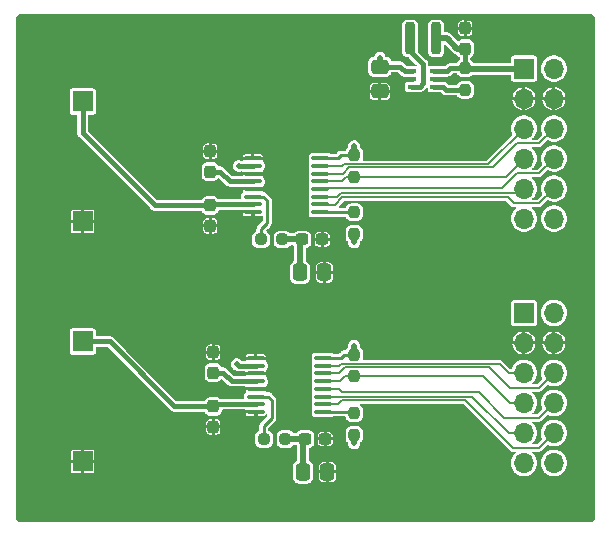
<source format=gbr>
G04 #@! TF.GenerationSoftware,KiCad,Pcbnew,7.0.6*
G04 #@! TF.CreationDate,2023-08-11T00:36:40+02:00*
G04 #@! TF.ProjectId,ADS868_Test,41445338-3638-45f5-9465-73742e6b6963,rev?*
G04 #@! TF.SameCoordinates,Original*
G04 #@! TF.FileFunction,Copper,L1,Top*
G04 #@! TF.FilePolarity,Positive*
%FSLAX46Y46*%
G04 Gerber Fmt 4.6, Leading zero omitted, Abs format (unit mm)*
G04 Created by KiCad (PCBNEW 7.0.6) date 2023-08-11 00:36:40*
%MOMM*%
%LPD*%
G01*
G04 APERTURE LIST*
G04 Aperture macros list*
%AMRoundRect*
0 Rectangle with rounded corners*
0 $1 Rounding radius*
0 $2 $3 $4 $5 $6 $7 $8 $9 X,Y pos of 4 corners*
0 Add a 4 corners polygon primitive as box body*
4,1,4,$2,$3,$4,$5,$6,$7,$8,$9,$2,$3,0*
0 Add four circle primitives for the rounded corners*
1,1,$1+$1,$2,$3*
1,1,$1+$1,$4,$5*
1,1,$1+$1,$6,$7*
1,1,$1+$1,$8,$9*
0 Add four rect primitives between the rounded corners*
20,1,$1+$1,$2,$3,$4,$5,0*
20,1,$1+$1,$4,$5,$6,$7,0*
20,1,$1+$1,$6,$7,$8,$9,0*
20,1,$1+$1,$8,$9,$2,$3,0*%
G04 Aperture macros list end*
G04 #@! TA.AperFunction,SMDPad,CuDef*
%ADD10RoundRect,0.200000X0.200000X1.150000X-0.200000X1.150000X-0.200000X-1.150000X0.200000X-1.150000X0*%
G04 #@! TD*
G04 #@! TA.AperFunction,SMDPad,CuDef*
%ADD11RoundRect,0.237500X-0.300000X-0.237500X0.300000X-0.237500X0.300000X0.237500X-0.300000X0.237500X0*%
G04 #@! TD*
G04 #@! TA.AperFunction,ComponentPad*
%ADD12R,1.700000X1.700000*%
G04 #@! TD*
G04 #@! TA.AperFunction,ComponentPad*
%ADD13O,1.700000X1.700000*%
G04 #@! TD*
G04 #@! TA.AperFunction,SMDPad,CuDef*
%ADD14RoundRect,0.250000X-0.475000X0.337500X-0.475000X-0.337500X0.475000X-0.337500X0.475000X0.337500X0*%
G04 #@! TD*
G04 #@! TA.AperFunction,SMDPad,CuDef*
%ADD15RoundRect,0.237500X-0.237500X0.300000X-0.237500X-0.300000X0.237500X-0.300000X0.237500X0.300000X0*%
G04 #@! TD*
G04 #@! TA.AperFunction,SMDPad,CuDef*
%ADD16RoundRect,0.237500X0.237500X-0.250000X0.237500X0.250000X-0.237500X0.250000X-0.237500X-0.250000X0*%
G04 #@! TD*
G04 #@! TA.AperFunction,SMDPad,CuDef*
%ADD17RoundRect,0.237500X-0.237500X0.250000X-0.237500X-0.250000X0.237500X-0.250000X0.237500X0.250000X0*%
G04 #@! TD*
G04 #@! TA.AperFunction,SMDPad,CuDef*
%ADD18RoundRect,0.250000X-0.337500X-0.475000X0.337500X-0.475000X0.337500X0.475000X-0.337500X0.475000X0*%
G04 #@! TD*
G04 #@! TA.AperFunction,SMDPad,CuDef*
%ADD19RoundRect,0.100000X-0.637500X-0.100000X0.637500X-0.100000X0.637500X0.100000X-0.637500X0.100000X0*%
G04 #@! TD*
G04 #@! TA.AperFunction,SMDPad,CuDef*
%ADD20R,0.650000X0.400000*%
G04 #@! TD*
G04 #@! TA.AperFunction,SMDPad,CuDef*
%ADD21RoundRect,0.237500X0.237500X-0.300000X0.237500X0.300000X-0.237500X0.300000X-0.237500X-0.300000X0*%
G04 #@! TD*
G04 #@! TA.AperFunction,SMDPad,CuDef*
%ADD22RoundRect,0.237500X-0.250000X-0.237500X0.250000X-0.237500X0.250000X0.237500X-0.250000X0.237500X0*%
G04 #@! TD*
G04 #@! TA.AperFunction,ViaPad*
%ADD23C,0.500000*%
G04 #@! TD*
G04 #@! TA.AperFunction,Conductor*
%ADD24C,0.381000*%
G04 #@! TD*
G04 #@! TA.AperFunction,Conductor*
%ADD25C,0.254000*%
G04 #@! TD*
G04 #@! TA.AperFunction,Conductor*
%ADD26C,0.127000*%
G04 #@! TD*
G04 #@! TA.AperFunction,Conductor*
%ADD27C,0.508000*%
G04 #@! TD*
G04 APERTURE END LIST*
D10*
G04 #@! TO.P,L101,1,1*
G04 #@! TO.N,+3V3*
X134069000Y-53086000D03*
G04 #@! TO.P,L101,2,2*
G04 #@! TO.N,Net-(U103-SW)*
X131869000Y-53086000D03*
G04 #@! TD*
D11*
G04 #@! TO.P,C105,1*
G04 #@! TO.N,Net-(C105-Pad1)*
X122708500Y-70104000D03*
G04 #@! TO.P,C105,2*
G04 #@! TO.N,GND*
X124433500Y-70104000D03*
G04 #@! TD*
D12*
G04 #@! TO.P,J105,1,Pin_1*
G04 #@! TO.N,+3V3*
X141500000Y-55630000D03*
D13*
G04 #@! TO.P,J105,2,Pin_2*
X144040000Y-55630000D03*
G04 #@! TO.P,J105,3,Pin_3*
G04 #@! TO.N,GND*
X141500000Y-58170000D03*
G04 #@! TO.P,J105,4,Pin_4*
X144040000Y-58170000D03*
G04 #@! TO.P,J105,5,Pin_5*
G04 #@! TO.N,/ADC1_RVS*
X141500000Y-60710000D03*
G04 #@! TO.P,J105,6,Pin_6*
G04 #@! TO.N,/ADC1_SDO-1*
X144040000Y-60710000D03*
G04 #@! TO.P,J105,7,Pin_7*
G04 #@! TO.N,/ADC1_SDO-0*
X141500000Y-63250000D03*
G04 #@! TO.P,J105,8,Pin_8*
G04 #@! TO.N,/ADC1_SCLK*
X144040000Y-63250000D03*
G04 #@! TO.P,J105,9,Pin_9*
G04 #@! TO.N,/ADC1_~{CS}*
X141500000Y-65790000D03*
G04 #@! TO.P,J105,10,Pin_10*
G04 #@! TO.N,/ADC1_SDI*
X144040000Y-65790000D03*
G04 #@! TO.P,J105,11,Pin_11*
G04 #@! TO.N,unconnected-(J105-Pin_11-Pad11)*
X141500000Y-68330000D03*
G04 #@! TO.P,J105,12,Pin_12*
G04 #@! TO.N,unconnected-(J105-Pin_12-Pad12)*
X144040000Y-68330000D03*
G04 #@! TD*
D14*
G04 #@! TO.P,C110,1*
G04 #@! TO.N,+5V*
X129286000Y-55477500D03*
G04 #@! TO.P,C110,2*
G04 #@! TO.N,GND*
X129286000Y-57552500D03*
G04 #@! TD*
D15*
G04 #@! TO.P,C102,1*
G04 #@! TO.N,Net-(J103-Pin_1)*
X115189000Y-84227500D03*
G04 #@! TO.P,C102,2*
G04 #@! TO.N,GND*
X115189000Y-85952500D03*
G04 #@! TD*
D12*
G04 #@! TO.P,J101,1,Pin_1*
G04 #@! TO.N,Net-(J101-Pin_1)*
X104140000Y-58420000D03*
G04 #@! TD*
D16*
G04 #@! TO.P,R104,1*
G04 #@! TO.N,+3V3*
X127127000Y-86637500D03*
G04 #@! TO.P,R104,2*
G04 #@! TO.N,Net-(U102-~{RST})*
X127127000Y-84812500D03*
G04 #@! TD*
D12*
G04 #@! TO.P,J104,1,Pin_1*
G04 #@! TO.N,GND*
X104140000Y-88900000D03*
G04 #@! TD*
D15*
G04 #@! TO.P,C104,1*
G04 #@! TO.N,GND*
X115189000Y-79655500D03*
G04 #@! TO.P,C104,2*
G04 #@! TO.N,Net-(U102-REFIO)*
X115189000Y-81380500D03*
G04 #@! TD*
D17*
G04 #@! TO.P,R105,1*
G04 #@! TO.N,+3V3*
X127127000Y-62968500D03*
G04 #@! TO.P,R105,2*
G04 #@! TO.N,/ADC1_SDO-0*
X127127000Y-64793500D03*
G04 #@! TD*
D15*
G04 #@! TO.P,C103,1*
G04 #@! TO.N,GND*
X114935000Y-62637500D03*
G04 #@! TO.P,C103,2*
G04 #@! TO.N,Net-(U101-REFIO)*
X114935000Y-64362500D03*
G04 #@! TD*
D16*
G04 #@! TO.P,R103,1*
G04 #@! TO.N,+3V3*
X127127000Y-69619500D03*
G04 #@! TO.P,R103,2*
G04 #@! TO.N,Net-(U101-~{RST})*
X127127000Y-67794500D03*
G04 #@! TD*
D12*
G04 #@! TO.P,J106,1,Pin_1*
G04 #@! TO.N,+3V3*
X141500000Y-76320000D03*
D13*
G04 #@! TO.P,J106,2,Pin_2*
X144040000Y-76320000D03*
G04 #@! TO.P,J106,3,Pin_3*
G04 #@! TO.N,GND*
X141500000Y-78860000D03*
G04 #@! TO.P,J106,4,Pin_4*
X144040000Y-78860000D03*
G04 #@! TO.P,J106,5,Pin_5*
G04 #@! TO.N,/ADC2_RVS*
X141500000Y-81400000D03*
G04 #@! TO.P,J106,6,Pin_6*
G04 #@! TO.N,/ADC2_SDO-1*
X144040000Y-81400000D03*
G04 #@! TO.P,J106,7,Pin_7*
G04 #@! TO.N,/ADC2_SDO-0*
X141500000Y-83940000D03*
G04 #@! TO.P,J106,8,Pin_8*
G04 #@! TO.N,/ADC2_SCLK*
X144040000Y-83940000D03*
G04 #@! TO.P,J106,9,Pin_9*
G04 #@! TO.N,/ADC2_~{CS}*
X141500000Y-86480000D03*
G04 #@! TO.P,J106,10,Pin_10*
G04 #@! TO.N,/ADC2_SDI*
X144040000Y-86480000D03*
G04 #@! TO.P,J106,11,Pin_11*
G04 #@! TO.N,unconnected-(J106-Pin_11-Pad11)*
X141500000Y-89020000D03*
G04 #@! TO.P,J106,12,Pin_12*
G04 #@! TO.N,unconnected-(J106-Pin_12-Pad12)*
X144040000Y-89020000D03*
G04 #@! TD*
D12*
G04 #@! TO.P,J103,1,Pin_1*
G04 #@! TO.N,Net-(J103-Pin_1)*
X104140000Y-78740000D03*
G04 #@! TD*
D18*
G04 #@! TO.P,C106,1*
G04 #@! TO.N,Net-(C105-Pad1)*
X122533500Y-72898000D03*
G04 #@! TO.P,C106,2*
G04 #@! TO.N,GND*
X124608500Y-72898000D03*
G04 #@! TD*
D19*
G04 #@! TO.P,U101,1,DGND*
G04 #@! TO.N,GND*
X118549500Y-63225000D03*
G04 #@! TO.P,U101,2,AVDD*
G04 #@! TO.N,+5V*
X118549500Y-63875000D03*
G04 #@! TO.P,U101,3,AGND*
G04 #@! TO.N,GND*
X118549500Y-64525000D03*
G04 #@! TO.P,U101,4,REFIO*
G04 #@! TO.N,Net-(U101-REFIO)*
X118549500Y-65175000D03*
G04 #@! TO.P,U101,5,REFGND*
G04 #@! TO.N,GND*
X118549500Y-65825000D03*
G04 #@! TO.P,U101,6,REFCAP*
G04 #@! TO.N,Net-(U101-REFCAP)*
X118549500Y-66475000D03*
G04 #@! TO.P,U101,7,AIN_P*
G04 #@! TO.N,Net-(J101-Pin_1)*
X118549500Y-67125000D03*
G04 #@! TO.P,U101,8,AIN_GND*
G04 #@! TO.N,GND*
X118549500Y-67775000D03*
G04 #@! TO.P,U101,9,~{RST}*
G04 #@! TO.N,Net-(U101-~{RST})*
X124274500Y-67775000D03*
G04 #@! TO.P,U101,10,SDI*
G04 #@! TO.N,/ADC1_SDI*
X124274500Y-67125000D03*
G04 #@! TO.P,U101,11,CONVST/~{CS}*
G04 #@! TO.N,/ADC1_~{CS}*
X124274500Y-66475000D03*
G04 #@! TO.P,U101,12,SCLK*
G04 #@! TO.N,/ADC1_SCLK*
X124274500Y-65825000D03*
G04 #@! TO.P,U101,13,SDO-0*
G04 #@! TO.N,/ADC1_SDO-0*
X124274500Y-65175000D03*
G04 #@! TO.P,U101,14,SDO-1*
G04 #@! TO.N,/ADC1_SDO-1*
X124274500Y-64525000D03*
G04 #@! TO.P,U101,15,RVS*
G04 #@! TO.N,/ADC1_RVS*
X124274500Y-63875000D03*
G04 #@! TO.P,U101,16,DVDD*
G04 #@! TO.N,+3V3*
X124274500Y-63225000D03*
G04 #@! TD*
D12*
G04 #@! TO.P,J102,1,Pin_1*
G04 #@! TO.N,GND*
X104140000Y-68580000D03*
G04 #@! TD*
D18*
G04 #@! TO.P,C108,1*
G04 #@! TO.N,Net-(C107-Pad1)*
X122787500Y-89789000D03*
G04 #@! TO.P,C108,2*
G04 #@! TO.N,GND*
X124862500Y-89789000D03*
G04 #@! TD*
D20*
G04 #@! TO.P,U103,1,~{SHDN}*
G04 #@! TO.N,Net-(U103-~{SHDN})*
X133919000Y-57165000D03*
G04 #@! TO.P,U103,2,GND*
G04 #@! TO.N,GND*
X133919000Y-56515000D03*
G04 #@! TO.P,U103,3,VIN*
G04 #@! TO.N,+3V3*
X133919000Y-55865000D03*
G04 #@! TO.P,U103,4,VOUT*
G04 #@! TO.N,+5V*
X132019000Y-55865000D03*
G04 #@! TO.P,U103,5,GND*
G04 #@! TO.N,GND*
X132019000Y-56515000D03*
G04 #@! TO.P,U103,6,SW*
G04 #@! TO.N,Net-(U103-SW)*
X132019000Y-57165000D03*
G04 #@! TD*
D21*
G04 #@! TO.P,C109,1*
G04 #@! TO.N,+3V3*
X136525000Y-53948500D03*
G04 #@! TO.P,C109,2*
G04 #@! TO.N,GND*
X136525000Y-52223500D03*
G04 #@! TD*
D17*
G04 #@! TO.P,R107,1*
G04 #@! TO.N,+3V3*
X136525000Y-55602500D03*
G04 #@! TO.P,R107,2*
G04 #@! TO.N,Net-(U103-~{SHDN})*
X136525000Y-57427500D03*
G04 #@! TD*
D19*
G04 #@! TO.P,U102,1,DGND*
G04 #@! TO.N,GND*
X118803500Y-80148000D03*
G04 #@! TO.P,U102,2,AVDD*
G04 #@! TO.N,+5V*
X118803500Y-80798000D03*
G04 #@! TO.P,U102,3,AGND*
G04 #@! TO.N,GND*
X118803500Y-81448000D03*
G04 #@! TO.P,U102,4,REFIO*
G04 #@! TO.N,Net-(U102-REFIO)*
X118803500Y-82098000D03*
G04 #@! TO.P,U102,5,REFGND*
G04 #@! TO.N,GND*
X118803500Y-82748000D03*
G04 #@! TO.P,U102,6,REFCAP*
G04 #@! TO.N,Net-(U102-REFCAP)*
X118803500Y-83398000D03*
G04 #@! TO.P,U102,7,AIN_P*
G04 #@! TO.N,Net-(J103-Pin_1)*
X118803500Y-84048000D03*
G04 #@! TO.P,U102,8,AIN_GND*
G04 #@! TO.N,GND*
X118803500Y-84698000D03*
G04 #@! TO.P,U102,9,~{RST}*
G04 #@! TO.N,Net-(U102-~{RST})*
X124528500Y-84698000D03*
G04 #@! TO.P,U102,10,SDI*
G04 #@! TO.N,/ADC2_SDI*
X124528500Y-84048000D03*
G04 #@! TO.P,U102,11,CONVST/~{CS}*
G04 #@! TO.N,/ADC2_~{CS}*
X124528500Y-83398000D03*
G04 #@! TO.P,U102,12,SCLK*
G04 #@! TO.N,/ADC2_SCLK*
X124528500Y-82748000D03*
G04 #@! TO.P,U102,13,SDO-0*
G04 #@! TO.N,/ADC2_SDO-0*
X124528500Y-82098000D03*
G04 #@! TO.P,U102,14,SDO-1*
G04 #@! TO.N,/ADC2_SDO-1*
X124528500Y-81448000D03*
G04 #@! TO.P,U102,15,RVS*
G04 #@! TO.N,/ADC2_RVS*
X124528500Y-80798000D03*
G04 #@! TO.P,U102,16,DVDD*
G04 #@! TO.N,+3V3*
X124528500Y-80148000D03*
G04 #@! TD*
D15*
G04 #@! TO.P,C101,1*
G04 #@! TO.N,Net-(J101-Pin_1)*
X114935000Y-67209500D03*
G04 #@! TO.P,C101,2*
G04 #@! TO.N,GND*
X114935000Y-68934500D03*
G04 #@! TD*
D22*
G04 #@! TO.P,R102,1*
G04 #@! TO.N,Net-(U102-REFCAP)*
X119483500Y-86995000D03*
G04 #@! TO.P,R102,2*
G04 #@! TO.N,Net-(C107-Pad1)*
X121308500Y-86995000D03*
G04 #@! TD*
D11*
G04 #@! TO.P,C107,1*
G04 #@! TO.N,Net-(C107-Pad1)*
X122962500Y-86995000D03*
G04 #@! TO.P,C107,2*
G04 #@! TO.N,GND*
X124687500Y-86995000D03*
G04 #@! TD*
D17*
G04 #@! TO.P,R106,1*
G04 #@! TO.N,+3V3*
X127127000Y-79859500D03*
G04 #@! TO.P,R106,2*
G04 #@! TO.N,/ADC2_SDO-0*
X127127000Y-81684500D03*
G04 #@! TD*
D22*
G04 #@! TO.P,R101,1*
G04 #@! TO.N,Net-(U101-REFCAP)*
X119229500Y-70104000D03*
G04 #@! TO.P,R101,2*
G04 #@! TO.N,Net-(C105-Pad1)*
X121054500Y-70104000D03*
G04 #@! TD*
D23*
G04 #@! TO.N,+5V*
X129286000Y-54737000D03*
X117348000Y-63881000D03*
G04 #@! TO.N,GND*
X130937000Y-56515000D03*
X135255000Y-56515000D03*
G04 #@! TO.N,+3V3*
X127127000Y-62230000D03*
X127127000Y-70358000D03*
G04 #@! TO.N,+5V*
X117203000Y-80663000D03*
G04 #@! TO.N,+3V3*
X127127000Y-79121000D03*
X127127000Y-87376000D03*
G04 #@! TO.N,GND*
X117000000Y-68800000D03*
X120015000Y-63246000D03*
X120015000Y-64516000D03*
X120015000Y-65786000D03*
X120142000Y-80137000D03*
X120142000Y-81407000D03*
X120142000Y-82677000D03*
X118200000Y-85800000D03*
G04 #@! TD*
D24*
G04 #@! TO.N,+5V*
X117203000Y-80663000D02*
X117338000Y-80798000D01*
X117338000Y-80798000D02*
X118803500Y-80798000D01*
D25*
G04 #@! TO.N,GND*
X117000000Y-68800000D02*
X118100000Y-68800000D01*
X118100000Y-68800000D02*
X118549500Y-68350500D01*
X118549500Y-68350500D02*
X118549500Y-67775000D01*
X118200000Y-85800000D02*
X118600000Y-85800000D01*
X118803500Y-85596500D02*
X118803500Y-84698000D01*
X118600000Y-85800000D02*
X118803500Y-85596500D01*
D26*
G04 #@! TO.N,/ADC2_SDO-0*
X124528500Y-82098000D02*
X125928000Y-82098000D01*
X125928000Y-82098000D02*
X126341500Y-81684500D01*
X126341500Y-81684500D02*
X127127000Y-81684500D01*
G04 #@! TO.N,/ADC2_SDO-1*
X124528500Y-81448000D02*
X125825215Y-81448000D01*
X125825215Y-81448000D02*
X126374215Y-80899000D01*
X126374215Y-80899000D02*
X138557000Y-80899000D01*
X138557000Y-80899000D02*
X140335000Y-82677000D01*
X140335000Y-82677000D02*
X142763000Y-82677000D01*
X142763000Y-82677000D02*
X144040000Y-81400000D01*
G04 #@! TO.N,/ADC1_SDO-0*
X141500000Y-63250000D02*
X139956500Y-64793500D01*
X139956500Y-64793500D02*
X126468500Y-64793500D01*
X126468500Y-64793500D02*
X126087000Y-65175000D01*
X126087000Y-65175000D02*
X124274500Y-65175000D01*
G04 #@! TO.N,/ADC1_RVS*
X124274500Y-63875000D02*
X126111000Y-63875000D01*
X126111000Y-63875000D02*
X126232000Y-63754000D01*
X126232000Y-63754000D02*
X138456000Y-63754000D01*
X138456000Y-63754000D02*
X141500000Y-60710000D01*
G04 #@! TO.N,/ADC1_SDO-1*
X124274500Y-64525000D02*
X126175717Y-64525000D01*
X126175717Y-64525000D02*
X126692717Y-64008000D01*
X126692717Y-64008000D02*
X138850255Y-64008000D01*
X138850255Y-64008000D02*
X140882255Y-61976000D01*
X140882255Y-61976000D02*
X142774000Y-61976000D01*
X142774000Y-61976000D02*
X144040000Y-60710000D01*
G04 #@! TO.N,/ADC2_SCLK*
X124528500Y-82748000D02*
X125801000Y-82748000D01*
X125801000Y-82748000D02*
X126111000Y-83058000D01*
X126111000Y-83058000D02*
X137668000Y-83058000D01*
X137668000Y-83058000D02*
X139827000Y-85217000D01*
X139827000Y-85217000D02*
X142763000Y-85217000D01*
X142763000Y-85217000D02*
X144040000Y-83940000D01*
D24*
G04 #@! TO.N,Net-(U101-REFIO)*
X118549500Y-65175000D02*
X116610000Y-65175000D01*
X116610000Y-65175000D02*
X115797500Y-64362500D01*
X115797500Y-64362500D02*
X114935000Y-64362500D01*
G04 #@! TO.N,Net-(U102-REFIO)*
X118803500Y-82098000D02*
X116769000Y-82098000D01*
X116769000Y-82098000D02*
X116051500Y-81380500D01*
X116051500Y-81380500D02*
X115189000Y-81380500D01*
D27*
G04 #@! TO.N,+3V3*
X127127000Y-69619500D02*
X127127000Y-70358000D01*
X127127000Y-79859500D02*
X127127000Y-79121000D01*
X127127000Y-86637500D02*
X127127000Y-87376000D01*
D24*
G04 #@! TO.N,Net-(J101-Pin_1)*
X114935000Y-67209500D02*
X110262500Y-67209500D01*
X110262500Y-67209500D02*
X104140000Y-61087000D01*
X104140000Y-61087000D02*
X104140000Y-58420000D01*
G04 #@! TO.N,Net-(J103-Pin_1)*
X115189000Y-84227500D02*
X111913500Y-84227500D01*
X111913500Y-84227500D02*
X106426000Y-78740000D01*
X106426000Y-78740000D02*
X104140000Y-78740000D01*
X118803500Y-84048000D02*
X115368500Y-84048000D01*
X115368500Y-84048000D02*
X115189000Y-84227500D01*
G04 #@! TO.N,Net-(J101-Pin_1)*
X118549500Y-67125000D02*
X115019500Y-67125000D01*
X115019500Y-67125000D02*
X114935000Y-67209500D01*
D27*
G04 #@! TO.N,+5V*
X129286000Y-55477500D02*
X129286000Y-54737000D01*
D24*
X117354000Y-63875000D02*
X117348000Y-63881000D01*
X118549500Y-63875000D02*
X117354000Y-63875000D01*
D27*
G04 #@! TO.N,+3V3*
X141500000Y-55630000D02*
X136552500Y-55630000D01*
X136552500Y-55630000D02*
X136525000Y-55602500D01*
D24*
G04 #@! TO.N,+5V*
X132019000Y-55865000D02*
X131430000Y-55865000D01*
X131430000Y-55865000D02*
X131042500Y-55477500D01*
X131042500Y-55477500D02*
X129286000Y-55477500D01*
G04 #@! TO.N,GND*
X132019000Y-56515000D02*
X130937000Y-56515000D01*
X133919000Y-56515000D02*
X135255000Y-56515000D01*
G04 #@! TO.N,Net-(U103-~{SHDN})*
X133919000Y-57165000D02*
X134635000Y-57165000D01*
X134635000Y-57165000D02*
X134897500Y-57427500D01*
X134897500Y-57427500D02*
X136525000Y-57427500D01*
G04 #@! TO.N,Net-(U103-SW)*
X132019000Y-57165000D02*
X132700000Y-57165000D01*
X132700000Y-57165000D02*
X132969000Y-56896000D01*
X132969000Y-56896000D02*
X132969000Y-55245000D01*
X132969000Y-55245000D02*
X131869000Y-54145000D01*
X131869000Y-54145000D02*
X131869000Y-53086000D01*
D27*
G04 #@! TO.N,+3V3*
X136525000Y-53948500D02*
X135863500Y-53948500D01*
X135863500Y-53948500D02*
X135001000Y-53086000D01*
X135001000Y-53086000D02*
X134069000Y-53086000D01*
D24*
X136525000Y-55602500D02*
X136525000Y-53948500D01*
X133919000Y-55865000D02*
X135016000Y-55865000D01*
X135016000Y-55865000D02*
X135278500Y-55602500D01*
X135278500Y-55602500D02*
X136525000Y-55602500D01*
D27*
X127127000Y-62968500D02*
X127127000Y-62230000D01*
D25*
X124274500Y-63225000D02*
X125730000Y-63225000D01*
X127127000Y-62968500D02*
X125986500Y-62968500D01*
X125986500Y-62968500D02*
X125730000Y-63225000D01*
G04 #@! TO.N,Net-(U101-~{RST})*
X127127000Y-67794500D02*
X124294000Y-67794500D01*
X124294000Y-67794500D02*
X124274500Y-67775000D01*
G04 #@! TO.N,+3V3*
X124528500Y-80148000D02*
X125984000Y-80148000D01*
X127127000Y-79859500D02*
X126272500Y-79859500D01*
X126272500Y-79859500D02*
X125984000Y-80148000D01*
G04 #@! TO.N,Net-(U102-~{RST})*
X127127000Y-84812500D02*
X127012500Y-84698000D01*
X127012500Y-84698000D02*
X124528500Y-84698000D01*
D26*
G04 #@! TO.N,/ADC2_SDI*
X124528500Y-84048000D02*
X125756000Y-84048000D01*
X125756000Y-84048000D02*
X126111000Y-83693000D01*
X140566255Y-87757000D02*
X142763000Y-87757000D01*
X126111000Y-83693000D02*
X136502255Y-83693000D01*
X136502255Y-83693000D02*
X140566255Y-87757000D01*
X142763000Y-87757000D02*
X144040000Y-86480000D01*
G04 #@! TO.N,/ADC2_~{CS}*
X124528500Y-83398000D02*
X137119000Y-83398000D01*
X137119000Y-83398000D02*
X140201000Y-86480000D01*
X140201000Y-86480000D02*
X141500000Y-86480000D01*
G04 #@! TO.N,/ADC1_~{CS}*
X124274500Y-66475000D02*
X125697790Y-66475000D01*
X125697790Y-66475000D02*
X126005790Y-66167000D01*
X126005790Y-66167000D02*
X141123000Y-66167000D01*
X141123000Y-66167000D02*
X141500000Y-65790000D01*
G04 #@! TO.N,/ADC1_SDI*
X124274500Y-67125000D02*
X124332500Y-67183000D01*
X124332500Y-67183000D02*
X125476000Y-67183000D01*
X125476000Y-67183000D02*
X126111000Y-66548000D01*
X126111000Y-66548000D02*
X140116255Y-66548000D01*
X140116255Y-66548000D02*
X140624255Y-67056000D01*
X140624255Y-67056000D02*
X142774000Y-67056000D01*
X142774000Y-67056000D02*
X144040000Y-65790000D01*
G04 #@! TO.N,/ADC2_SDO-0*
X127127000Y-81684500D02*
X138072500Y-81684500D01*
X138072500Y-81684500D02*
X140328000Y-83940000D01*
X140328000Y-83940000D02*
X141500000Y-83940000D01*
G04 #@! TO.N,/ADC2_RVS*
X124528500Y-80798000D02*
X125831000Y-80798000D01*
X125831000Y-80798000D02*
X125984000Y-80645000D01*
X125984000Y-80645000D02*
X139446000Y-80645000D01*
X139446000Y-80645000D02*
X140201000Y-81400000D01*
X140201000Y-81400000D02*
X141500000Y-81400000D01*
D25*
G04 #@! TO.N,GND*
X119994000Y-63225000D02*
X120015000Y-63246000D01*
X118549500Y-63225000D02*
X119994000Y-63225000D01*
X120006000Y-64525000D02*
X120015000Y-64516000D01*
X118549500Y-64525000D02*
X120006000Y-64525000D01*
X119976000Y-65825000D02*
X120015000Y-65786000D01*
X118549500Y-65825000D02*
X119976000Y-65825000D01*
X120131000Y-80148000D02*
X120142000Y-80137000D01*
X118803500Y-80148000D02*
X120131000Y-80148000D01*
X120101000Y-81448000D02*
X120142000Y-81407000D01*
X118803500Y-81448000D02*
X120101000Y-81448000D01*
X120071000Y-82748000D02*
X120142000Y-82677000D01*
X118803500Y-82748000D02*
X120071000Y-82748000D01*
D26*
G04 #@! TO.N,/ADC1_SCLK*
X124274500Y-65825000D02*
X124313500Y-65786000D01*
X140906500Y-64516000D02*
X142774000Y-64516000D01*
X124313500Y-65786000D02*
X139636500Y-65786000D01*
X139636500Y-65786000D02*
X140906500Y-64516000D01*
X142774000Y-64516000D02*
X144040000Y-63250000D01*
D25*
G04 #@! TO.N,Net-(U101-REFCAP)*
X119229500Y-70104000D02*
X119229500Y-69238500D01*
X119229500Y-69238500D02*
X119761000Y-68707000D01*
X119761000Y-66802000D02*
X119434000Y-66475000D01*
X119761000Y-68707000D02*
X119761000Y-66802000D01*
X119434000Y-66475000D02*
X118549500Y-66475000D01*
D27*
G04 #@! TO.N,Net-(C105-Pad1)*
X122708500Y-70104000D02*
X121054500Y-70104000D01*
X122533500Y-72898000D02*
X122533500Y-70279000D01*
X122533500Y-70279000D02*
X122708500Y-70104000D01*
G04 #@! TO.N,Net-(C107-Pad1)*
X122962500Y-86995000D02*
X121308500Y-86995000D01*
X122787500Y-89789000D02*
X122787500Y-87170000D01*
X122787500Y-87170000D02*
X122962500Y-86995000D01*
D25*
G04 #@! TO.N,Net-(U102-REFCAP)*
X119483500Y-86995000D02*
X119483500Y-85875500D01*
X119483500Y-85875500D02*
X120142000Y-85217000D01*
X120142000Y-83693000D02*
X119847000Y-83398000D01*
X120142000Y-85217000D02*
X120142000Y-83693000D01*
X119847000Y-83398000D02*
X118803500Y-83398000D01*
G04 #@! TD*
G04 #@! TA.AperFunction,Conductor*
G04 #@! TO.N,GND*
G36*
X147264306Y-51018306D02*
G01*
X147481694Y-51235694D01*
X147500000Y-51279888D01*
X147500000Y-93720111D01*
X147481694Y-93764305D01*
X147264306Y-93981694D01*
X147220112Y-94000000D01*
X98779888Y-94000000D01*
X98735694Y-93981694D01*
X98518306Y-93764306D01*
X98500000Y-93720112D01*
X98500000Y-89762507D01*
X103162999Y-89762507D01*
X103170369Y-89799553D01*
X103170369Y-89799554D01*
X103198438Y-89841561D01*
X103240446Y-89869630D01*
X103277493Y-89877000D01*
X104013000Y-89877000D01*
X104013000Y-89386881D01*
X104104237Y-89400000D01*
X104175763Y-89400000D01*
X104266999Y-89386881D01*
X104267000Y-89877000D01*
X105002507Y-89877000D01*
X105039553Y-89869630D01*
X105039554Y-89869630D01*
X105081561Y-89841561D01*
X105109630Y-89799554D01*
X105109630Y-89799553D01*
X105117000Y-89762507D01*
X105117000Y-89027000D01*
X104623818Y-89027000D01*
X104640000Y-88971889D01*
X104640000Y-88828111D01*
X104623818Y-88773000D01*
X105117000Y-88773000D01*
X105117000Y-88037492D01*
X105109630Y-88000446D01*
X105109630Y-88000445D01*
X105081561Y-87958438D01*
X105039553Y-87930369D01*
X105002507Y-87923000D01*
X104267000Y-87923000D01*
X104266999Y-88413118D01*
X104175763Y-88400000D01*
X104104237Y-88400000D01*
X104013000Y-88413118D01*
X104013000Y-87923000D01*
X103277493Y-87923000D01*
X103240446Y-87930369D01*
X103240445Y-87930369D01*
X103198438Y-87958438D01*
X103170369Y-88000445D01*
X103170369Y-88000446D01*
X103163000Y-88037492D01*
X103163000Y-88773000D01*
X103656182Y-88773000D01*
X103640000Y-88828111D01*
X103640000Y-88971889D01*
X103656182Y-89027000D01*
X103163000Y-89027000D01*
X103163000Y-89762507D01*
X103162999Y-89762507D01*
X98500000Y-89762507D01*
X98500000Y-86079500D01*
X114587000Y-86079500D01*
X114587000Y-86287091D01*
X114597323Y-86357942D01*
X114650750Y-86467231D01*
X114736768Y-86553249D01*
X114846057Y-86606676D01*
X114916909Y-86617000D01*
X115061999Y-86617000D01*
X115062000Y-86079500D01*
X115316000Y-86079500D01*
X115316000Y-86617000D01*
X115461091Y-86617000D01*
X115531942Y-86606676D01*
X115641231Y-86553249D01*
X115727249Y-86467231D01*
X115780676Y-86357942D01*
X115791000Y-86287091D01*
X115791000Y-86079500D01*
X115316000Y-86079500D01*
X115062000Y-86079500D01*
X114587000Y-86079500D01*
X98500000Y-86079500D01*
X98500000Y-85825500D01*
X114587000Y-85825500D01*
X115061999Y-85825500D01*
X115062000Y-85288000D01*
X115316000Y-85288000D01*
X115316000Y-85825500D01*
X115791000Y-85825500D01*
X115791000Y-85617908D01*
X115780676Y-85547057D01*
X115727249Y-85437768D01*
X115641231Y-85351750D01*
X115531942Y-85298323D01*
X115461091Y-85288000D01*
X115316000Y-85288000D01*
X115062000Y-85288000D01*
X114916909Y-85288000D01*
X114846057Y-85298323D01*
X114736768Y-85351750D01*
X114650750Y-85437768D01*
X114597323Y-85547057D01*
X114587000Y-85617908D01*
X114587000Y-85825500D01*
X98500000Y-85825500D01*
X98500000Y-79615064D01*
X103035500Y-79615064D01*
X103035501Y-79615068D01*
X103050265Y-79689299D01*
X103050267Y-79689303D01*
X103106515Y-79773484D01*
X103190697Y-79829733D01*
X103190699Y-79829734D01*
X103264933Y-79844500D01*
X105015066Y-79844499D01*
X105089301Y-79829734D01*
X105173484Y-79773484D01*
X105229734Y-79689301D01*
X105244500Y-79615067D01*
X105244500Y-79247499D01*
X105262806Y-79203306D01*
X105307000Y-79185000D01*
X106215787Y-79185000D01*
X106259981Y-79203306D01*
X111579930Y-84523255D01*
X111582267Y-84525870D01*
X111607402Y-84557389D01*
X111607403Y-84557390D01*
X111607405Y-84557392D01*
X111655928Y-84590475D01*
X111692580Y-84617525D01*
X111703213Y-84625373D01*
X111703214Y-84625374D01*
X111703215Y-84625374D01*
X111703216Y-84625375D01*
X111703465Y-84625462D01*
X111718029Y-84632814D01*
X111718241Y-84632959D01*
X111774369Y-84650272D01*
X111829835Y-84669681D01*
X111830092Y-84669690D01*
X111846183Y-84672425D01*
X111846426Y-84672500D01*
X111846427Y-84672500D01*
X111905186Y-84672500D01*
X111907559Y-84672588D01*
X111963886Y-84674696D01*
X111964035Y-84674655D01*
X111964134Y-84674630D01*
X111980311Y-84672500D01*
X114437080Y-84672500D01*
X114481274Y-84690806D01*
X114495639Y-84713158D01*
X114515240Y-84765712D01*
X114515241Y-84765714D01*
X114515242Y-84765715D01*
X114600026Y-84878974D01*
X114713285Y-84963758D01*
X114845843Y-85013200D01*
X114904443Y-85019500D01*
X115473556Y-85019499D01*
X115532157Y-85013200D01*
X115664715Y-84963758D01*
X115777974Y-84878974D01*
X115818378Y-84825000D01*
X117939924Y-84825000D01*
X117952170Y-84886569D01*
X117952172Y-84886573D01*
X118002342Y-84961657D01*
X118077427Y-85011828D01*
X118077429Y-85011829D01*
X118143643Y-85024999D01*
X118143644Y-85025000D01*
X118676500Y-85025000D01*
X118676500Y-84825000D01*
X117939924Y-84825000D01*
X115818378Y-84825000D01*
X115862758Y-84765715D01*
X115912200Y-84633157D01*
X115918500Y-84574557D01*
X115918500Y-84555499D01*
X115936806Y-84511306D01*
X115981000Y-84493000D01*
X117879283Y-84493000D01*
X117923477Y-84511306D01*
X117941783Y-84555500D01*
X117940582Y-84567694D01*
X117939924Y-84570999D01*
X117939924Y-84571000D01*
X118868000Y-84571000D01*
X118912194Y-84589306D01*
X118930500Y-84633500D01*
X118930500Y-85025000D01*
X119463356Y-85025000D01*
X119463356Y-85024999D01*
X119529570Y-85011829D01*
X119529572Y-85011828D01*
X119604657Y-84961657D01*
X119646033Y-84899735D01*
X119685807Y-84873159D01*
X119732723Y-84882491D01*
X119759299Y-84922265D01*
X119760500Y-84934459D01*
X119760499Y-85033089D01*
X119742193Y-85077282D01*
X119246298Y-85573177D01*
X119236290Y-85581305D01*
X119221546Y-85590938D01*
X119198180Y-85620955D01*
X119195620Y-85623855D01*
X119191384Y-85628092D01*
X119191382Y-85628094D01*
X119177599Y-85647399D01*
X119143341Y-85691415D01*
X119140877Y-85695969D01*
X119140843Y-85695950D01*
X119138263Y-85700963D01*
X119138298Y-85700980D01*
X119136025Y-85705629D01*
X119120110Y-85759086D01*
X119102001Y-85811832D01*
X119101149Y-85816941D01*
X119101109Y-85816934D01*
X119100296Y-85822518D01*
X119100335Y-85822523D01*
X119099695Y-85827659D01*
X119102000Y-85883384D01*
X119102000Y-86238044D01*
X119083694Y-86282238D01*
X119061342Y-86296603D01*
X118995288Y-86321240D01*
X118995283Y-86321243D01*
X118882026Y-86406026D01*
X118797243Y-86519283D01*
X118797240Y-86519288D01*
X118747800Y-86651841D01*
X118741500Y-86710435D01*
X118741500Y-87279548D01*
X118741501Y-87279565D01*
X118747800Y-87338156D01*
X118747801Y-87338161D01*
X118797240Y-87470711D01*
X118797241Y-87470713D01*
X118797242Y-87470715D01*
X118882026Y-87583974D01*
X118995285Y-87668758D01*
X119127843Y-87718200D01*
X119186443Y-87724500D01*
X119780556Y-87724499D01*
X119839157Y-87718200D01*
X119971715Y-87668758D01*
X120084974Y-87583974D01*
X120169758Y-87470715D01*
X120219200Y-87338157D01*
X120225500Y-87279557D01*
X120225500Y-87279548D01*
X120566500Y-87279548D01*
X120566501Y-87279565D01*
X120572800Y-87338156D01*
X120572801Y-87338161D01*
X120622240Y-87470711D01*
X120622241Y-87470713D01*
X120622242Y-87470715D01*
X120707026Y-87583974D01*
X120820285Y-87668758D01*
X120952843Y-87718200D01*
X121011443Y-87724500D01*
X121605556Y-87724499D01*
X121664157Y-87718200D01*
X121796715Y-87668758D01*
X121909974Y-87583974D01*
X121951468Y-87528544D01*
X121992606Y-87504136D01*
X122001501Y-87503500D01*
X122216500Y-87503500D01*
X122260694Y-87521806D01*
X122279000Y-87566000D01*
X122279000Y-88795936D01*
X122260694Y-88840130D01*
X122238342Y-88854495D01*
X122205736Y-88866656D01*
X122205731Y-88866659D01*
X122089596Y-88953596D01*
X122002659Y-89069731D01*
X122002656Y-89069736D01*
X121951960Y-89205656D01*
X121945500Y-89265737D01*
X121945500Y-90312246D01*
X121945501Y-90312263D01*
X121951960Y-90372343D01*
X122002656Y-90508263D01*
X122002657Y-90508265D01*
X122002658Y-90508267D01*
X122089596Y-90624404D01*
X122205733Y-90711342D01*
X122341658Y-90762040D01*
X122401745Y-90768500D01*
X123173254Y-90768499D01*
X123233342Y-90762040D01*
X123369267Y-90711342D01*
X123485404Y-90624404D01*
X123572342Y-90508267D01*
X123623040Y-90372342D01*
X123629500Y-90312255D01*
X123629499Y-89916000D01*
X124148001Y-89916000D01*
X124148001Y-90299777D01*
X124158676Y-90373056D01*
X124158678Y-90373060D01*
X124213936Y-90486095D01*
X124302904Y-90575063D01*
X124415941Y-90630322D01*
X124489214Y-90640998D01*
X124489228Y-90640999D01*
X124735499Y-90640999D01*
X124735500Y-90640998D01*
X124735500Y-89916000D01*
X124989500Y-89916000D01*
X124989500Y-90640999D01*
X125235778Y-90640999D01*
X125309056Y-90630323D01*
X125309060Y-90630321D01*
X125422095Y-90575063D01*
X125511063Y-90486095D01*
X125566322Y-90373058D01*
X125577000Y-90299778D01*
X125577000Y-89916000D01*
X124989500Y-89916000D01*
X124735500Y-89916000D01*
X124148001Y-89916000D01*
X123629499Y-89916000D01*
X123629499Y-89661999D01*
X124147999Y-89661999D01*
X124148000Y-89662000D01*
X124735500Y-89662000D01*
X124735500Y-88937000D01*
X124989500Y-88937000D01*
X124989500Y-89662000D01*
X125576999Y-89662000D01*
X125576998Y-89278222D01*
X125566323Y-89204943D01*
X125566321Y-89204939D01*
X125511063Y-89091904D01*
X125422095Y-89002936D01*
X125309058Y-88947677D01*
X125235778Y-88937000D01*
X124989500Y-88937000D01*
X124735500Y-88937000D01*
X124489222Y-88937000D01*
X124415942Y-88947677D01*
X124415939Y-88947678D01*
X124302904Y-89002936D01*
X124213936Y-89091904D01*
X124158677Y-89204941D01*
X124148000Y-89278221D01*
X124147999Y-89661999D01*
X123629499Y-89661999D01*
X123629499Y-89265746D01*
X123623040Y-89205658D01*
X123572342Y-89069733D01*
X123485404Y-88953596D01*
X123369267Y-88866658D01*
X123369265Y-88866657D01*
X123369263Y-88866656D01*
X123336658Y-88854495D01*
X123301648Y-88821899D01*
X123296000Y-88795936D01*
X123296000Y-87782097D01*
X123314306Y-87737903D01*
X123351821Y-87719955D01*
X123368157Y-87718200D01*
X123500715Y-87668758D01*
X123613974Y-87583974D01*
X123698758Y-87470715D01*
X123748200Y-87338157D01*
X123754500Y-87279557D01*
X123754500Y-87122000D01*
X124023000Y-87122000D01*
X124023000Y-87267091D01*
X124033323Y-87337942D01*
X124086750Y-87447231D01*
X124172768Y-87533249D01*
X124282057Y-87586676D01*
X124352909Y-87597000D01*
X124560500Y-87597000D01*
X124560500Y-87122000D01*
X124814500Y-87122000D01*
X124814500Y-87597000D01*
X125022091Y-87597000D01*
X125092942Y-87586676D01*
X125202231Y-87533249D01*
X125288249Y-87447231D01*
X125341676Y-87337942D01*
X125352000Y-87267091D01*
X125352000Y-87122000D01*
X124814500Y-87122000D01*
X124560500Y-87122000D01*
X124023000Y-87122000D01*
X123754500Y-87122000D01*
X123754499Y-86934548D01*
X126397500Y-86934548D01*
X126397501Y-86934565D01*
X126403800Y-86993156D01*
X126403801Y-86993161D01*
X126453240Y-87125711D01*
X126453241Y-87125713D01*
X126453242Y-87125715D01*
X126538026Y-87238974D01*
X126592227Y-87279548D01*
X126593454Y-87280466D01*
X126617864Y-87321605D01*
X126618500Y-87330500D01*
X126618500Y-87363266D01*
X126617864Y-87372159D01*
X126617312Y-87375998D01*
X126617312Y-87375999D01*
X126617864Y-87379838D01*
X126618500Y-87388733D01*
X126618499Y-87412369D01*
X126634080Y-87520732D01*
X126634081Y-87520735D01*
X126694823Y-87653741D01*
X126694826Y-87653746D01*
X126790580Y-87764252D01*
X126913584Y-87843301D01*
X126913589Y-87843304D01*
X127053886Y-87884499D01*
X127053888Y-87884500D01*
X127053889Y-87884500D01*
X127200112Y-87884500D01*
X127200112Y-87884499D01*
X127340411Y-87843304D01*
X127435651Y-87782097D01*
X127463419Y-87764252D01*
X127486251Y-87737903D01*
X127559176Y-87653743D01*
X127619919Y-87520734D01*
X127635500Y-87412368D01*
X127635500Y-87388733D01*
X127636136Y-87379838D01*
X127636688Y-87375999D01*
X127636688Y-87375998D01*
X127636136Y-87372159D01*
X127635500Y-87363266D01*
X127635500Y-87330500D01*
X127653806Y-87286306D01*
X127660546Y-87280466D01*
X127661762Y-87279556D01*
X127715974Y-87238974D01*
X127800758Y-87125715D01*
X127850200Y-86993157D01*
X127856500Y-86934557D01*
X127856499Y-86340444D01*
X127850200Y-86281843D01*
X127800758Y-86149285D01*
X127715974Y-86036026D01*
X127602715Y-85951242D01*
X127602713Y-85951241D01*
X127602711Y-85951240D01*
X127470158Y-85901800D01*
X127411557Y-85895500D01*
X126842451Y-85895500D01*
X126842434Y-85895501D01*
X126783843Y-85901800D01*
X126783838Y-85901801D01*
X126651288Y-85951240D01*
X126651283Y-85951243D01*
X126538026Y-86036026D01*
X126453243Y-86149283D01*
X126453240Y-86149288D01*
X126403800Y-86281841D01*
X126397500Y-86340435D01*
X126397500Y-86934548D01*
X123754499Y-86934548D01*
X123754499Y-86868000D01*
X124023000Y-86868000D01*
X124560500Y-86868000D01*
X124560500Y-86393000D01*
X124814500Y-86393000D01*
X124814500Y-86868000D01*
X125352000Y-86868000D01*
X125352000Y-86722908D01*
X125341676Y-86652057D01*
X125288249Y-86542768D01*
X125202231Y-86456750D01*
X125092942Y-86403323D01*
X125022091Y-86393000D01*
X124814500Y-86393000D01*
X124560500Y-86393000D01*
X124352909Y-86393000D01*
X124282057Y-86403323D01*
X124172768Y-86456750D01*
X124086750Y-86542768D01*
X124033323Y-86652057D01*
X124023000Y-86722908D01*
X124023000Y-86868000D01*
X123754499Y-86868000D01*
X123754499Y-86710444D01*
X123748200Y-86651843D01*
X123698758Y-86519285D01*
X123613974Y-86406026D01*
X123500715Y-86321242D01*
X123500713Y-86321241D01*
X123500711Y-86321240D01*
X123368158Y-86271800D01*
X123309557Y-86265500D01*
X122615451Y-86265500D01*
X122615434Y-86265501D01*
X122556843Y-86271800D01*
X122556838Y-86271801D01*
X122424288Y-86321240D01*
X122424283Y-86321243D01*
X122375259Y-86357942D01*
X122311026Y-86406026D01*
X122269531Y-86461455D01*
X122228394Y-86485864D01*
X122219499Y-86486500D01*
X122001501Y-86486500D01*
X121957307Y-86468194D01*
X121951471Y-86461459D01*
X121909974Y-86406026D01*
X121796715Y-86321242D01*
X121796713Y-86321241D01*
X121796711Y-86321240D01*
X121664158Y-86271800D01*
X121605557Y-86265500D01*
X121011451Y-86265500D01*
X121011434Y-86265501D01*
X120952843Y-86271800D01*
X120952838Y-86271801D01*
X120820288Y-86321240D01*
X120820283Y-86321243D01*
X120707026Y-86406026D01*
X120622243Y-86519283D01*
X120622240Y-86519288D01*
X120572800Y-86651841D01*
X120566500Y-86710435D01*
X120566500Y-87279548D01*
X120225500Y-87279548D01*
X120225499Y-86710444D01*
X120219200Y-86651843D01*
X120169758Y-86519285D01*
X120084974Y-86406026D01*
X119971715Y-86321242D01*
X119971713Y-86321241D01*
X119971711Y-86321240D01*
X119905657Y-86296603D01*
X119870647Y-86264007D01*
X119864999Y-86238044D01*
X119864999Y-86162000D01*
X119864999Y-86059407D01*
X119883304Y-86015217D01*
X120379204Y-85519317D01*
X120389205Y-85511196D01*
X120403956Y-85501560D01*
X120427321Y-85471538D01*
X120429886Y-85468636D01*
X120434114Y-85464409D01*
X120440471Y-85455504D01*
X120447899Y-85445101D01*
X120472126Y-85413974D01*
X120482158Y-85401085D01*
X120482158Y-85401082D01*
X120484623Y-85396530D01*
X120484659Y-85396549D01*
X120487238Y-85391540D01*
X120487200Y-85391522D01*
X120489475Y-85386868D01*
X120492860Y-85375500D01*
X120505388Y-85333417D01*
X120523500Y-85280661D01*
X120523500Y-85280659D01*
X120524353Y-85275552D01*
X120524393Y-85275558D01*
X120525205Y-85269982D01*
X120525165Y-85269977D01*
X120525805Y-85264844D01*
X120523500Y-85209105D01*
X120523500Y-84831645D01*
X123536499Y-84831645D01*
X123546539Y-84900550D01*
X123546539Y-84900551D01*
X123598499Y-85006838D01*
X123682161Y-85090500D01*
X123721158Y-85109564D01*
X123788450Y-85142461D01*
X123857354Y-85152500D01*
X125199646Y-85152500D01*
X125268550Y-85142461D01*
X125374840Y-85090499D01*
X125374839Y-85090499D01*
X125379492Y-85088225D01*
X125379971Y-85089205D01*
X125410267Y-85079500D01*
X126338128Y-85079500D01*
X126382322Y-85097806D01*
X126400270Y-85135319D01*
X126403800Y-85168157D01*
X126403801Y-85168161D01*
X126453240Y-85300711D01*
X126453241Y-85300713D01*
X126453242Y-85300715D01*
X126538026Y-85413974D01*
X126651285Y-85498758D01*
X126783843Y-85548200D01*
X126842443Y-85554500D01*
X127411556Y-85554499D01*
X127470157Y-85548200D01*
X127602715Y-85498758D01*
X127715974Y-85413974D01*
X127800758Y-85300715D01*
X127850200Y-85168157D01*
X127856500Y-85109557D01*
X127856499Y-84515444D01*
X127850200Y-84456843D01*
X127800758Y-84324285D01*
X127715974Y-84211026D01*
X127602715Y-84126242D01*
X127602714Y-84126241D01*
X127599136Y-84123563D01*
X127600855Y-84121266D01*
X127576554Y-84091056D01*
X127581709Y-84043499D01*
X127618982Y-84013516D01*
X127636538Y-84011000D01*
X136344647Y-84011000D01*
X136388841Y-84029306D01*
X140330607Y-87971072D01*
X140332450Y-87973083D01*
X140358695Y-88004360D01*
X140394055Y-88024775D01*
X140396342Y-88026233D01*
X140429787Y-88049651D01*
X140429789Y-88049652D01*
X140435564Y-88051199D01*
X140450635Y-88057441D01*
X140455815Y-88060432D01*
X140496032Y-88067522D01*
X140498667Y-88068107D01*
X140538112Y-88078677D01*
X140578781Y-88075118D01*
X140581503Y-88075000D01*
X140735820Y-88075000D01*
X140780014Y-88093306D01*
X140798320Y-88137500D01*
X140780014Y-88181694D01*
X140777926Y-88183688D01*
X140680266Y-88272717D01*
X140680259Y-88272724D01*
X140556915Y-88436059D01*
X140556912Y-88436065D01*
X140465672Y-88619298D01*
X140409655Y-88816174D01*
X140409653Y-88816186D01*
X140390768Y-89019995D01*
X140390768Y-89020004D01*
X140409653Y-89223813D01*
X140409655Y-89223825D01*
X140425133Y-89278222D01*
X140465672Y-89420701D01*
X140556912Y-89603935D01*
X140556913Y-89603936D01*
X140556915Y-89603940D01*
X140680259Y-89767275D01*
X140680264Y-89767280D01*
X140680268Y-89767285D01*
X140761745Y-89841561D01*
X140831533Y-89905182D01*
X140831534Y-89905183D01*
X140831538Y-89905186D01*
X141005573Y-90012944D01*
X141196444Y-90086888D01*
X141397653Y-90124500D01*
X141397656Y-90124500D01*
X141602344Y-90124500D01*
X141602347Y-90124500D01*
X141803556Y-90086888D01*
X141994427Y-90012944D01*
X142168462Y-89905186D01*
X142319732Y-89767285D01*
X142323341Y-89762507D01*
X142443084Y-89603940D01*
X142443083Y-89603940D01*
X142443088Y-89603935D01*
X142534328Y-89420701D01*
X142590345Y-89223821D01*
X142592028Y-89205658D01*
X142609232Y-89020004D01*
X142930768Y-89020004D01*
X142949653Y-89223813D01*
X142949655Y-89223825D01*
X142965133Y-89278222D01*
X143005672Y-89420701D01*
X143096912Y-89603935D01*
X143096913Y-89603936D01*
X143096915Y-89603940D01*
X143220259Y-89767275D01*
X143220264Y-89767280D01*
X143220268Y-89767285D01*
X143301745Y-89841561D01*
X143371533Y-89905182D01*
X143371534Y-89905183D01*
X143371538Y-89905186D01*
X143545573Y-90012944D01*
X143736444Y-90086888D01*
X143937653Y-90124500D01*
X143937656Y-90124500D01*
X144142344Y-90124500D01*
X144142347Y-90124500D01*
X144343556Y-90086888D01*
X144534427Y-90012944D01*
X144708462Y-89905186D01*
X144859732Y-89767285D01*
X144863341Y-89762507D01*
X144983084Y-89603940D01*
X144983083Y-89603940D01*
X144983088Y-89603935D01*
X145074328Y-89420701D01*
X145130345Y-89223821D01*
X145132028Y-89205658D01*
X145149232Y-89020004D01*
X145149232Y-89019995D01*
X145130346Y-88816186D01*
X145130344Y-88816174D01*
X145094488Y-88690156D01*
X145074328Y-88619299D01*
X144983088Y-88436065D01*
X144983085Y-88436061D01*
X144983084Y-88436059D01*
X144859740Y-88272724D01*
X144859735Y-88272719D01*
X144859732Y-88272715D01*
X144759887Y-88181694D01*
X144708466Y-88134817D01*
X144708463Y-88134815D01*
X144708462Y-88134814D01*
X144534427Y-88027056D01*
X144534425Y-88027055D01*
X144465736Y-88000445D01*
X144343556Y-87953112D01*
X144343553Y-87953111D01*
X144343552Y-87953111D01*
X144142351Y-87915500D01*
X144142347Y-87915500D01*
X143937653Y-87915500D01*
X143937648Y-87915500D01*
X143736447Y-87953111D01*
X143545574Y-88027055D01*
X143371533Y-88134817D01*
X143220266Y-88272717D01*
X143220259Y-88272724D01*
X143096915Y-88436059D01*
X143096912Y-88436065D01*
X143005672Y-88619298D01*
X142949655Y-88816174D01*
X142949653Y-88816186D01*
X142930768Y-89019995D01*
X142930768Y-89020004D01*
X142609232Y-89020004D01*
X142609232Y-89019995D01*
X142590346Y-88816186D01*
X142590344Y-88816174D01*
X142554488Y-88690156D01*
X142534328Y-88619299D01*
X142443088Y-88436065D01*
X142443085Y-88436061D01*
X142443084Y-88436059D01*
X142319740Y-88272724D01*
X142319735Y-88272719D01*
X142319732Y-88272715D01*
X142222073Y-88183687D01*
X142201747Y-88140386D01*
X142217992Y-88095394D01*
X142261294Y-88075067D01*
X142264180Y-88075000D01*
X142747752Y-88075000D01*
X142750473Y-88075118D01*
X142763257Y-88076237D01*
X142791139Y-88078677D01*
X142791139Y-88078676D01*
X142791143Y-88078677D01*
X142830576Y-88068109D01*
X142833226Y-88067521D01*
X142873440Y-88060432D01*
X142878615Y-88057443D01*
X142893690Y-88051199D01*
X142899466Y-88049652D01*
X142919585Y-88035564D01*
X142932908Y-88026236D01*
X142935208Y-88024770D01*
X142935213Y-88024767D01*
X142970560Y-88004360D01*
X142996813Y-87973070D01*
X142998623Y-87971095D01*
X143481604Y-87488114D01*
X143525797Y-87469809D01*
X143548372Y-87474028D01*
X143736444Y-87546888D01*
X143937653Y-87584500D01*
X143937656Y-87584500D01*
X144142344Y-87584500D01*
X144142347Y-87584500D01*
X144343556Y-87546888D01*
X144534427Y-87472944D01*
X144708462Y-87365186D01*
X144859732Y-87227285D01*
X144983088Y-87063935D01*
X145074328Y-86880701D01*
X145130345Y-86683821D01*
X145130346Y-86683813D01*
X145149232Y-86480004D01*
X145149232Y-86479995D01*
X145130346Y-86276186D01*
X145130344Y-86276174D01*
X145095611Y-86154101D01*
X145074328Y-86079299D01*
X144983088Y-85896065D01*
X144983085Y-85896061D01*
X144983084Y-85896059D01*
X144859740Y-85732724D01*
X144859735Y-85732719D01*
X144859732Y-85732715D01*
X144759887Y-85641694D01*
X144708466Y-85594817D01*
X144708463Y-85594815D01*
X144708462Y-85594814D01*
X144534427Y-85487056D01*
X144534425Y-85487055D01*
X144475839Y-85464359D01*
X144343556Y-85413112D01*
X144343553Y-85413111D01*
X144343552Y-85413111D01*
X144142351Y-85375500D01*
X144142347Y-85375500D01*
X143937653Y-85375500D01*
X143937648Y-85375500D01*
X143736447Y-85413111D01*
X143545574Y-85487055D01*
X143371533Y-85594817D01*
X143220266Y-85732717D01*
X143220259Y-85732724D01*
X143096915Y-85896059D01*
X143096912Y-85896065D01*
X143005672Y-86079298D01*
X142949655Y-86276174D01*
X142949653Y-86276186D01*
X142930768Y-86479995D01*
X142930768Y-86480004D01*
X142949653Y-86683813D01*
X142949655Y-86683825D01*
X142987350Y-86816306D01*
X143005672Y-86880701D01*
X143032492Y-86934564D01*
X143046761Y-86963219D01*
X143050073Y-87010940D01*
X143035007Y-87035272D01*
X142649586Y-87420694D01*
X142605392Y-87439000D01*
X142248823Y-87439000D01*
X142204629Y-87420694D01*
X142186323Y-87376500D01*
X142204629Y-87332306D01*
X142206717Y-87330312D01*
X142216268Y-87321605D01*
X142319732Y-87227285D01*
X142443088Y-87063935D01*
X142534328Y-86880701D01*
X142590345Y-86683821D01*
X142590346Y-86683813D01*
X142609232Y-86480004D01*
X142609232Y-86479995D01*
X142590346Y-86276186D01*
X142590344Y-86276174D01*
X142555611Y-86154101D01*
X142534328Y-86079299D01*
X142443088Y-85896065D01*
X142443085Y-85896061D01*
X142443084Y-85896059D01*
X142319740Y-85732724D01*
X142319735Y-85732719D01*
X142319732Y-85732715D01*
X142222073Y-85643687D01*
X142201747Y-85600386D01*
X142217992Y-85555394D01*
X142261294Y-85535067D01*
X142264180Y-85535000D01*
X142747752Y-85535000D01*
X142750473Y-85535118D01*
X142763257Y-85536237D01*
X142791139Y-85538677D01*
X142791139Y-85538676D01*
X142791143Y-85538677D01*
X142830576Y-85528109D01*
X142833226Y-85527521D01*
X142873440Y-85520432D01*
X142878615Y-85517443D01*
X142893690Y-85511199D01*
X142899466Y-85509652D01*
X142919585Y-85495564D01*
X142932908Y-85486236D01*
X142935208Y-85484770D01*
X142970560Y-85464360D01*
X142996813Y-85433070D01*
X142998623Y-85431095D01*
X143481604Y-84948114D01*
X143525797Y-84929809D01*
X143548372Y-84934028D01*
X143736444Y-85006888D01*
X143736448Y-85006888D01*
X143736449Y-85006889D01*
X143803902Y-85019498D01*
X143937653Y-85044500D01*
X143937656Y-85044500D01*
X144142344Y-85044500D01*
X144142347Y-85044500D01*
X144343556Y-85006888D01*
X144534427Y-84932944D01*
X144708462Y-84825186D01*
X144859732Y-84687285D01*
X144869241Y-84674694D01*
X144983084Y-84523940D01*
X144983083Y-84523940D01*
X144983088Y-84523935D01*
X145074328Y-84340701D01*
X145130345Y-84143821D01*
X145132766Y-84117694D01*
X145149232Y-83940004D01*
X145149232Y-83939995D01*
X145130346Y-83736186D01*
X145130344Y-83736174D01*
X145109062Y-83661378D01*
X145074328Y-83539299D01*
X144983088Y-83356065D01*
X144983085Y-83356061D01*
X144983084Y-83356059D01*
X144859740Y-83192724D01*
X144859735Y-83192719D01*
X144859732Y-83192715D01*
X144758521Y-83100449D01*
X144708466Y-83054817D01*
X144708463Y-83054815D01*
X144708462Y-83054814D01*
X144534427Y-82947056D01*
X144534425Y-82947055D01*
X144475839Y-82924359D01*
X144343556Y-82873112D01*
X144343553Y-82873111D01*
X144343552Y-82873111D01*
X144142351Y-82835500D01*
X144142347Y-82835500D01*
X143937653Y-82835500D01*
X143937648Y-82835500D01*
X143736447Y-82873111D01*
X143545574Y-82947055D01*
X143371533Y-83054817D01*
X143220266Y-83192717D01*
X143220259Y-83192724D01*
X143096915Y-83356059D01*
X143096912Y-83356065D01*
X143005672Y-83539298D01*
X142949655Y-83736174D01*
X142949653Y-83736186D01*
X142930768Y-83939995D01*
X142930768Y-83940004D01*
X142949653Y-84143813D01*
X142949655Y-84143825D01*
X142998786Y-84316500D01*
X143005672Y-84340701D01*
X143029801Y-84389160D01*
X143046761Y-84423219D01*
X143050073Y-84470940D01*
X143035007Y-84495272D01*
X142649586Y-84880694D01*
X142605392Y-84899000D01*
X142248823Y-84899000D01*
X142204629Y-84880694D01*
X142186323Y-84836500D01*
X142204629Y-84792306D01*
X142206717Y-84790312D01*
X142233698Y-84765715D01*
X142319732Y-84687285D01*
X142329241Y-84674694D01*
X142443084Y-84523940D01*
X142443083Y-84523940D01*
X142443088Y-84523935D01*
X142534328Y-84340701D01*
X142590345Y-84143821D01*
X142592766Y-84117694D01*
X142609232Y-83940004D01*
X142609232Y-83939995D01*
X142590346Y-83736186D01*
X142590344Y-83736174D01*
X142569062Y-83661378D01*
X142534328Y-83539299D01*
X142443088Y-83356065D01*
X142443085Y-83356061D01*
X142443084Y-83356059D01*
X142319740Y-83192724D01*
X142319735Y-83192719D01*
X142319732Y-83192715D01*
X142222073Y-83103687D01*
X142201747Y-83060386D01*
X142217992Y-83015394D01*
X142261294Y-82995067D01*
X142264180Y-82995000D01*
X142747752Y-82995000D01*
X142750473Y-82995118D01*
X142763257Y-82996237D01*
X142791139Y-82998677D01*
X142791139Y-82998676D01*
X142791143Y-82998677D01*
X142830576Y-82988109D01*
X142833226Y-82987521D01*
X142873440Y-82980432D01*
X142878615Y-82977443D01*
X142893690Y-82971199D01*
X142899466Y-82969652D01*
X142922478Y-82953539D01*
X142932908Y-82946236D01*
X142935208Y-82944770D01*
X142937408Y-82943500D01*
X142970560Y-82924360D01*
X142996813Y-82893070D01*
X142998623Y-82891095D01*
X143481604Y-82408114D01*
X143525797Y-82389809D01*
X143548372Y-82394028D01*
X143736444Y-82466888D01*
X143736448Y-82466888D01*
X143736449Y-82466889D01*
X143837048Y-82485693D01*
X143937653Y-82504500D01*
X143937656Y-82504500D01*
X144142344Y-82504500D01*
X144142347Y-82504500D01*
X144343556Y-82466888D01*
X144534427Y-82392944D01*
X144708462Y-82285186D01*
X144859732Y-82147285D01*
X144882787Y-82116756D01*
X144983084Y-81983940D01*
X144983083Y-81983940D01*
X144983088Y-81983935D01*
X145074328Y-81800701D01*
X145130345Y-81603821D01*
X145132400Y-81581645D01*
X145149232Y-81400004D01*
X145149232Y-81399995D01*
X145130346Y-81196186D01*
X145130344Y-81196174D01*
X145092650Y-81063694D01*
X145074328Y-80999299D01*
X144983088Y-80816065D01*
X144983085Y-80816061D01*
X144983084Y-80816059D01*
X144859740Y-80652724D01*
X144859735Y-80652719D01*
X144859732Y-80652715D01*
X144764834Y-80566204D01*
X144708466Y-80514817D01*
X144708463Y-80514815D01*
X144708462Y-80514814D01*
X144534427Y-80407056D01*
X144534425Y-80407055D01*
X144478948Y-80385563D01*
X144343556Y-80333112D01*
X144343553Y-80333111D01*
X144343552Y-80333111D01*
X144142351Y-80295500D01*
X144142347Y-80295500D01*
X143937653Y-80295500D01*
X143937648Y-80295500D01*
X143736447Y-80333111D01*
X143736444Y-80333111D01*
X143736444Y-80333112D01*
X143723238Y-80338228D01*
X143545574Y-80407055D01*
X143371533Y-80514817D01*
X143235677Y-80638667D01*
X143229563Y-80644242D01*
X143220266Y-80652717D01*
X143220259Y-80652724D01*
X143096915Y-80816059D01*
X143096912Y-80816065D01*
X143005672Y-80999298D01*
X142949655Y-81196174D01*
X142949653Y-81196186D01*
X142930768Y-81399995D01*
X142930768Y-81400004D01*
X142949653Y-81603813D01*
X142949655Y-81603825D01*
X143005672Y-81800701D01*
X143046761Y-81883219D01*
X143050073Y-81930940D01*
X143035007Y-81955272D01*
X142649586Y-82340694D01*
X142605392Y-82359000D01*
X142248823Y-82359000D01*
X142204629Y-82340694D01*
X142186323Y-82296500D01*
X142204629Y-82252306D01*
X142206717Y-82250312D01*
X142211109Y-82246307D01*
X142319732Y-82147285D01*
X142342787Y-82116756D01*
X142443084Y-81983940D01*
X142443083Y-81983940D01*
X142443088Y-81983935D01*
X142534328Y-81800701D01*
X142590345Y-81603821D01*
X142592400Y-81581645D01*
X142609232Y-81400004D01*
X142609232Y-81399995D01*
X142590346Y-81196186D01*
X142590344Y-81196174D01*
X142552650Y-81063694D01*
X142534328Y-80999299D01*
X142443088Y-80816065D01*
X142443085Y-80816061D01*
X142443084Y-80816059D01*
X142319740Y-80652724D01*
X142319735Y-80652719D01*
X142319732Y-80652715D01*
X142224834Y-80566204D01*
X142168466Y-80514817D01*
X142168463Y-80514815D01*
X142168462Y-80514814D01*
X141994427Y-80407056D01*
X141994425Y-80407055D01*
X141938948Y-80385563D01*
X141803556Y-80333112D01*
X141803553Y-80333111D01*
X141803552Y-80333111D01*
X141602351Y-80295500D01*
X141602347Y-80295500D01*
X141397653Y-80295500D01*
X141397648Y-80295500D01*
X141196447Y-80333111D01*
X141196444Y-80333111D01*
X141196444Y-80333112D01*
X141183238Y-80338228D01*
X141005574Y-80407055D01*
X140831533Y-80514817D01*
X140695677Y-80638667D01*
X140689563Y-80644242D01*
X140680266Y-80652717D01*
X140680259Y-80652724D01*
X140556915Y-80816059D01*
X140556912Y-80816065D01*
X140465672Y-80999298D01*
X140455058Y-81036604D01*
X140425357Y-81074101D01*
X140394944Y-81082000D01*
X140358608Y-81082000D01*
X140314414Y-81063694D01*
X139681646Y-80430926D01*
X139679803Y-80428915D01*
X139653560Y-80397640D01*
X139618213Y-80377232D01*
X139615914Y-80375767D01*
X139594666Y-80360890D01*
X139582466Y-80352348D01*
X139582465Y-80352347D01*
X139582464Y-80352347D01*
X139576682Y-80350797D01*
X139561621Y-80344559D01*
X139561492Y-80344485D01*
X139556440Y-80341568D01*
X139516219Y-80334475D01*
X139513583Y-80333891D01*
X139487422Y-80326881D01*
X139474141Y-80323322D01*
X139438361Y-80326453D01*
X139433473Y-80326881D01*
X139430752Y-80327000D01*
X127898502Y-80327000D01*
X127854308Y-80308694D01*
X127836002Y-80264500D01*
X127839943Y-80242658D01*
X127844588Y-80230201D01*
X127850200Y-80215157D01*
X127856500Y-80156557D01*
X127856499Y-79562444D01*
X127850200Y-79503843D01*
X127800758Y-79371285D01*
X127715974Y-79258026D01*
X127715972Y-79258024D01*
X127715971Y-79258023D01*
X127660545Y-79216531D01*
X127636136Y-79175392D01*
X127635500Y-79166498D01*
X127635500Y-79133733D01*
X127636136Y-79124838D01*
X127636688Y-79120999D01*
X127636688Y-79120998D01*
X127636136Y-79117159D01*
X127635500Y-79108266D01*
X127635500Y-79084630D01*
X127621462Y-78987000D01*
X140530782Y-78987000D01*
X140537136Y-79051523D01*
X140593004Y-79235692D01*
X140683720Y-79405412D01*
X140683728Y-79405423D01*
X140805812Y-79554184D01*
X140805815Y-79554187D01*
X140954576Y-79676271D01*
X140954587Y-79676279D01*
X141124307Y-79766995D01*
X141308476Y-79822863D01*
X141373000Y-79829217D01*
X141373000Y-79346881D01*
X141464237Y-79360000D01*
X141535763Y-79360000D01*
X141627000Y-79346881D01*
X141627000Y-79829217D01*
X141691523Y-79822863D01*
X141875692Y-79766995D01*
X142045412Y-79676279D01*
X142045423Y-79676271D01*
X142194184Y-79554187D01*
X142194187Y-79554184D01*
X142316271Y-79405423D01*
X142316279Y-79405412D01*
X142406995Y-79235692D01*
X142462863Y-79051523D01*
X142469218Y-78987000D01*
X143070782Y-78987000D01*
X143077136Y-79051523D01*
X143133004Y-79235692D01*
X143223720Y-79405412D01*
X143223728Y-79405423D01*
X143345812Y-79554184D01*
X143345815Y-79554187D01*
X143494576Y-79676271D01*
X143494587Y-79676279D01*
X143664307Y-79766995D01*
X143848476Y-79822863D01*
X143913000Y-79829217D01*
X143913000Y-79346881D01*
X144004237Y-79360000D01*
X144075763Y-79360000D01*
X144167000Y-79346881D01*
X144167000Y-79829217D01*
X144231523Y-79822863D01*
X144415692Y-79766995D01*
X144585412Y-79676279D01*
X144585423Y-79676271D01*
X144734184Y-79554187D01*
X144734187Y-79554184D01*
X144856271Y-79405423D01*
X144856279Y-79405412D01*
X144946995Y-79235692D01*
X145002863Y-79051523D01*
X145009218Y-78987000D01*
X144523818Y-78987000D01*
X144540000Y-78931889D01*
X144540000Y-78788111D01*
X144523818Y-78733000D01*
X145009217Y-78733000D01*
X145002863Y-78668476D01*
X144946995Y-78484307D01*
X144856279Y-78314587D01*
X144856271Y-78314576D01*
X144734187Y-78165815D01*
X144734184Y-78165812D01*
X144585423Y-78043728D01*
X144585412Y-78043720D01*
X144415692Y-77953004D01*
X144231524Y-77897136D01*
X144167000Y-77890780D01*
X144167000Y-78373118D01*
X144075763Y-78360000D01*
X144004237Y-78360000D01*
X143913000Y-78373118D01*
X143913000Y-77890781D01*
X143912999Y-77890780D01*
X143848475Y-77897136D01*
X143664307Y-77953004D01*
X143494587Y-78043720D01*
X143494576Y-78043728D01*
X143345815Y-78165812D01*
X143345812Y-78165815D01*
X143223728Y-78314576D01*
X143223720Y-78314587D01*
X143133004Y-78484307D01*
X143077136Y-78668476D01*
X143070782Y-78733000D01*
X143556182Y-78733000D01*
X143540000Y-78788111D01*
X143540000Y-78931889D01*
X143556182Y-78987000D01*
X143070782Y-78987000D01*
X142469218Y-78987000D01*
X141983818Y-78987000D01*
X142000000Y-78931889D01*
X142000000Y-78788111D01*
X141983818Y-78733000D01*
X142469217Y-78733000D01*
X142462863Y-78668476D01*
X142406995Y-78484307D01*
X142316279Y-78314587D01*
X142316271Y-78314576D01*
X142194187Y-78165815D01*
X142194184Y-78165812D01*
X142045423Y-78043728D01*
X142045412Y-78043720D01*
X141875692Y-77953004D01*
X141691524Y-77897136D01*
X141627000Y-77890780D01*
X141627000Y-78373118D01*
X141535763Y-78360000D01*
X141464237Y-78360000D01*
X141373000Y-78373118D01*
X141373000Y-77890780D01*
X141372999Y-77890780D01*
X141308475Y-77897136D01*
X141124307Y-77953004D01*
X140954587Y-78043720D01*
X140954576Y-78043728D01*
X140805815Y-78165812D01*
X140805812Y-78165815D01*
X140683728Y-78314576D01*
X140683720Y-78314587D01*
X140593004Y-78484307D01*
X140537136Y-78668476D01*
X140530782Y-78733000D01*
X141016182Y-78733000D01*
X141000000Y-78788111D01*
X141000000Y-78931889D01*
X141016182Y-78987000D01*
X140530782Y-78987000D01*
X127621462Y-78987000D01*
X127619919Y-78976267D01*
X127619918Y-78976264D01*
X127559176Y-78843258D01*
X127559176Y-78843257D01*
X127463638Y-78733000D01*
X127463419Y-78732747D01*
X127340415Y-78653698D01*
X127340406Y-78653694D01*
X127200113Y-78612500D01*
X127200111Y-78612500D01*
X127053889Y-78612500D01*
X127053887Y-78612500D01*
X126913593Y-78653694D01*
X126913584Y-78653698D01*
X126790580Y-78732747D01*
X126694826Y-78843253D01*
X126694823Y-78843258D01*
X126634081Y-78976264D01*
X126634080Y-78976267D01*
X126618500Y-79084630D01*
X126618500Y-79108266D01*
X126617864Y-79117159D01*
X126617312Y-79120998D01*
X126617312Y-79120999D01*
X126617864Y-79124838D01*
X126618500Y-79133733D01*
X126618500Y-79166498D01*
X126600194Y-79210692D01*
X126593455Y-79216531D01*
X126538028Y-79258023D01*
X126453243Y-79371283D01*
X126453239Y-79371290D01*
X126428604Y-79437341D01*
X126396008Y-79472352D01*
X126370045Y-79478000D01*
X126318550Y-79478000D01*
X126305725Y-79476670D01*
X126301690Y-79475824D01*
X126288483Y-79473054D01*
X126288482Y-79473054D01*
X126255971Y-79477107D01*
X126250736Y-79477760D01*
X126246870Y-79478000D01*
X126240889Y-79478000D01*
X126217493Y-79481904D01*
X126162140Y-79488803D01*
X126157181Y-79490280D01*
X126157169Y-79490242D01*
X126151795Y-79491964D01*
X126151808Y-79492002D01*
X126146915Y-79493681D01*
X126097868Y-79520223D01*
X126047754Y-79544722D01*
X126043539Y-79547732D01*
X126043516Y-79547699D01*
X126039002Y-79551065D01*
X126039027Y-79551097D01*
X126034938Y-79554279D01*
X125997169Y-79595306D01*
X125997169Y-79595307D01*
X125916198Y-79676279D01*
X125844283Y-79748194D01*
X125800089Y-79766500D01*
X125410267Y-79766500D01*
X125379971Y-79756794D01*
X125379492Y-79757775D01*
X125268550Y-79703539D01*
X125199646Y-79693500D01*
X123857354Y-79693500D01*
X123788449Y-79703539D01*
X123788448Y-79703539D01*
X123682161Y-79755499D01*
X123598499Y-79839161D01*
X123546539Y-79945448D01*
X123546539Y-79945449D01*
X123536499Y-80014354D01*
X123536499Y-80281645D01*
X123544163Y-80334242D01*
X123546539Y-80350550D01*
X123564575Y-80387443D01*
X123592982Y-80445551D01*
X123595945Y-80493294D01*
X123592982Y-80500449D01*
X123546539Y-80595450D01*
X123536499Y-80664354D01*
X123536499Y-80931645D01*
X123543927Y-80982625D01*
X123546539Y-81000550D01*
X123571011Y-81050608D01*
X123592982Y-81095551D01*
X123595945Y-81143294D01*
X123592982Y-81150449D01*
X123546539Y-81245450D01*
X123536499Y-81314354D01*
X123536499Y-81581645D01*
X123539731Y-81603825D01*
X123546539Y-81650550D01*
X123579098Y-81717151D01*
X123592982Y-81745551D01*
X123595945Y-81793294D01*
X123592982Y-81800449D01*
X123546539Y-81895450D01*
X123536499Y-81964354D01*
X123536499Y-82231645D01*
X123544415Y-82285973D01*
X123546539Y-82300550D01*
X123578423Y-82365770D01*
X123592982Y-82395551D01*
X123595945Y-82443294D01*
X123592982Y-82450449D01*
X123546539Y-82545450D01*
X123536499Y-82614354D01*
X123536499Y-82881645D01*
X123537873Y-82891072D01*
X123546539Y-82950550D01*
X123578780Y-83016500D01*
X123592982Y-83045551D01*
X123595945Y-83093294D01*
X123592982Y-83100449D01*
X123546539Y-83195450D01*
X123536499Y-83264354D01*
X123536499Y-83531645D01*
X123543930Y-83582642D01*
X123546539Y-83600550D01*
X123564845Y-83637995D01*
X123592982Y-83695551D01*
X123595945Y-83743294D01*
X123592982Y-83750449D01*
X123546539Y-83845450D01*
X123536499Y-83914354D01*
X123536499Y-84181645D01*
X123544467Y-84236329D01*
X123546539Y-84250550D01*
X123566536Y-84291455D01*
X123592982Y-84345551D01*
X123595945Y-84393294D01*
X123592982Y-84400449D01*
X123546539Y-84495450D01*
X123536499Y-84564354D01*
X123536499Y-84831645D01*
X120523500Y-84831645D01*
X120523500Y-83739049D01*
X120524830Y-83726222D01*
X120526974Y-83716000D01*
X120528445Y-83708983D01*
X120523739Y-83671235D01*
X120523500Y-83667369D01*
X120523500Y-83661394D01*
X120523500Y-83661389D01*
X120519596Y-83637995D01*
X120512696Y-83582640D01*
X120512691Y-83582631D01*
X120511217Y-83577675D01*
X120511257Y-83577662D01*
X120509541Y-83572303D01*
X120509501Y-83572317D01*
X120507818Y-83567419D01*
X120507818Y-83567414D01*
X120481270Y-83518358D01*
X120456776Y-83468254D01*
X120456775Y-83468253D01*
X120456775Y-83468252D01*
X120453768Y-83464040D01*
X120453801Y-83464016D01*
X120450433Y-83459499D01*
X120450401Y-83459524D01*
X120447220Y-83455438D01*
X120406181Y-83417659D01*
X120149322Y-83160800D01*
X120141192Y-83150788D01*
X120131561Y-83136046D01*
X120131560Y-83136044D01*
X120101539Y-83112678D01*
X120098649Y-83110126D01*
X120094409Y-83105886D01*
X120094408Y-83105885D01*
X120094407Y-83105884D01*
X120075100Y-83092099D01*
X120031084Y-83057841D01*
X120026529Y-83055376D01*
X120026547Y-83055342D01*
X120021541Y-83052764D01*
X120021524Y-83052800D01*
X120016872Y-83050526D01*
X120016870Y-83050525D01*
X119963413Y-83034610D01*
X119910661Y-83016499D01*
X119905552Y-83015647D01*
X119905558Y-83015607D01*
X119899980Y-83014794D01*
X119899975Y-83014835D01*
X119894843Y-83014194D01*
X119839116Y-83016500D01*
X119715087Y-83016500D01*
X119670893Y-82998194D01*
X119652587Y-82954000D01*
X119653788Y-82941807D01*
X119667076Y-82875000D01*
X117939924Y-82875000D01*
X117952170Y-82936569D01*
X117952171Y-82936570D01*
X117953282Y-82938233D01*
X117953672Y-82940194D01*
X117954528Y-82942261D01*
X117954117Y-82942431D01*
X117962614Y-82985150D01*
X117945509Y-83017151D01*
X117873499Y-83089161D01*
X117821539Y-83195448D01*
X117821539Y-83195449D01*
X117811500Y-83264354D01*
X117811500Y-83531651D01*
X117811663Y-83533900D01*
X117810853Y-83533958D01*
X117799731Y-83577865D01*
X117758635Y-83602348D01*
X117749630Y-83603000D01*
X115829451Y-83603000D01*
X115785257Y-83584694D01*
X115779420Y-83577958D01*
X115777974Y-83576026D01*
X115664715Y-83491242D01*
X115664713Y-83491241D01*
X115664711Y-83491240D01*
X115532158Y-83441800D01*
X115473557Y-83435500D01*
X114904451Y-83435500D01*
X114904434Y-83435501D01*
X114845843Y-83441800D01*
X114845838Y-83441801D01*
X114713288Y-83491240D01*
X114713283Y-83491243D01*
X114600026Y-83576026D01*
X114515243Y-83689283D01*
X114515240Y-83689287D01*
X114495639Y-83741842D01*
X114463043Y-83776852D01*
X114437080Y-83782500D01*
X112123713Y-83782500D01*
X112079519Y-83764194D01*
X110042873Y-81727548D01*
X114459500Y-81727548D01*
X114459501Y-81727565D01*
X114465800Y-81786156D01*
X114465801Y-81786161D01*
X114515240Y-81918711D01*
X114515241Y-81918713D01*
X114515242Y-81918715D01*
X114600026Y-82031974D01*
X114713285Y-82116758D01*
X114845843Y-82166200D01*
X114904443Y-82172500D01*
X115473556Y-82172499D01*
X115532157Y-82166200D01*
X115664715Y-82116758D01*
X115777974Y-82031974D01*
X115861330Y-81920621D01*
X115902469Y-81896213D01*
X115948819Y-81908043D01*
X115955558Y-81913883D01*
X116435430Y-82393755D01*
X116437764Y-82396367D01*
X116441802Y-82401430D01*
X116462902Y-82427889D01*
X116462903Y-82427890D01*
X116462905Y-82427892D01*
X116511428Y-82460975D01*
X116548080Y-82488025D01*
X116558713Y-82495873D01*
X116558714Y-82495874D01*
X116558715Y-82495874D01*
X116558716Y-82495875D01*
X116558965Y-82495962D01*
X116573529Y-82503314D01*
X116573741Y-82503459D01*
X116629869Y-82520772D01*
X116685335Y-82540181D01*
X116685592Y-82540190D01*
X116701683Y-82542925D01*
X116701926Y-82543000D01*
X116701927Y-82543000D01*
X116760686Y-82543000D01*
X116763159Y-82543092D01*
X116819386Y-82545196D01*
X116819637Y-82545128D01*
X116835809Y-82543000D01*
X117879283Y-82543000D01*
X117923477Y-82561306D01*
X117941783Y-82605500D01*
X117940582Y-82617694D01*
X117939924Y-82620999D01*
X117939924Y-82621000D01*
X119667076Y-82621000D01*
X119667076Y-82620999D01*
X119654829Y-82559430D01*
X119654826Y-82559424D01*
X119653719Y-82557767D01*
X119653329Y-82555809D01*
X119652472Y-82553739D01*
X119652883Y-82553568D01*
X119644384Y-82510851D01*
X119661488Y-82478850D01*
X119733499Y-82406840D01*
X119785461Y-82300550D01*
X119795500Y-82231646D01*
X119795500Y-81964354D01*
X119785461Y-81895450D01*
X119762071Y-81847605D01*
X119733500Y-81789161D01*
X119661490Y-81717151D01*
X119643184Y-81672957D01*
X119652495Y-81642268D01*
X119652473Y-81642259D01*
X119652566Y-81642033D01*
X119653721Y-81638228D01*
X119654829Y-81636569D01*
X119667076Y-81575000D01*
X117939924Y-81575000D01*
X117940582Y-81578306D01*
X117931250Y-81625223D01*
X117891477Y-81651799D01*
X117879283Y-81653000D01*
X116979213Y-81653000D01*
X116935019Y-81634694D01*
X116385068Y-81084743D01*
X116382731Y-81082128D01*
X116372815Y-81069694D01*
X116357595Y-81050608D01*
X116354060Y-81048198D01*
X116309071Y-81017524D01*
X116261784Y-80982625D01*
X116261530Y-80982536D01*
X116246970Y-80975185D01*
X116246759Y-80975041D01*
X116246758Y-80975040D01*
X116246757Y-80975040D01*
X116190630Y-80957727D01*
X116190629Y-80957726D01*
X116135165Y-80938319D01*
X116135163Y-80938318D01*
X116135161Y-80938318D01*
X116134892Y-80938308D01*
X116118836Y-80935581D01*
X116118577Y-80935501D01*
X116118575Y-80935500D01*
X116118573Y-80935500D01*
X116118569Y-80935500D01*
X116059814Y-80935500D01*
X116001116Y-80933304D01*
X116001115Y-80933304D01*
X116001114Y-80933304D01*
X116001112Y-80933304D01*
X116001108Y-80933305D01*
X116000866Y-80933370D01*
X115984689Y-80935500D01*
X115940920Y-80935500D01*
X115896726Y-80917194D01*
X115882361Y-80894842D01*
X115862759Y-80842287D01*
X115862758Y-80842286D01*
X115862758Y-80842285D01*
X115777974Y-80729026D01*
X115689773Y-80663000D01*
X116693312Y-80663000D01*
X116713957Y-80806594D01*
X116713958Y-80806597D01*
X116774222Y-80938556D01*
X116774225Y-80938561D01*
X116869226Y-81048198D01*
X116974729Y-81116000D01*
X116991268Y-81126629D01*
X117049937Y-81143855D01*
X117067533Y-81152183D01*
X117074500Y-81156933D01*
X117080429Y-81160976D01*
X117127713Y-81195873D01*
X117127714Y-81195874D01*
X117127715Y-81195874D01*
X117127716Y-81195875D01*
X117127965Y-81195962D01*
X117142529Y-81203314D01*
X117142741Y-81203459D01*
X117198869Y-81220772D01*
X117254335Y-81240181D01*
X117254592Y-81240190D01*
X117270683Y-81242925D01*
X117270926Y-81243000D01*
X117270927Y-81243000D01*
X117329686Y-81243000D01*
X117332059Y-81243088D01*
X117388386Y-81245196D01*
X117388535Y-81245155D01*
X117388634Y-81245130D01*
X117404811Y-81243000D01*
X117879283Y-81243000D01*
X117923477Y-81261306D01*
X117941783Y-81305500D01*
X117940582Y-81317694D01*
X117939924Y-81320999D01*
X117939924Y-81321000D01*
X119667076Y-81321000D01*
X119667076Y-81320999D01*
X119654829Y-81259430D01*
X119654826Y-81259424D01*
X119653719Y-81257767D01*
X119653329Y-81255809D01*
X119652472Y-81253739D01*
X119652883Y-81253568D01*
X119644384Y-81210851D01*
X119661488Y-81178850D01*
X119733499Y-81106840D01*
X119785461Y-81000550D01*
X119795500Y-80931646D01*
X119795500Y-80664354D01*
X119785461Y-80595450D01*
X119748285Y-80519405D01*
X119733500Y-80489161D01*
X119661490Y-80417151D01*
X119643184Y-80372957D01*
X119652495Y-80342268D01*
X119652473Y-80342259D01*
X119652566Y-80342033D01*
X119653721Y-80338228D01*
X119654829Y-80336569D01*
X119667076Y-80275000D01*
X117939924Y-80275000D01*
X117940582Y-80278306D01*
X117931250Y-80325223D01*
X117891477Y-80351799D01*
X117879283Y-80353000D01*
X117630476Y-80353000D01*
X117586282Y-80334694D01*
X117583242Y-80331429D01*
X117536773Y-80277801D01*
X117414736Y-80199373D01*
X117414727Y-80199369D01*
X117275538Y-80158500D01*
X117275536Y-80158500D01*
X117130464Y-80158500D01*
X117130462Y-80158500D01*
X116991272Y-80199369D01*
X116991263Y-80199373D01*
X116869226Y-80277801D01*
X116774225Y-80387438D01*
X116774222Y-80387443D01*
X116713958Y-80519402D01*
X116713957Y-80519405D01*
X116693312Y-80663000D01*
X115689773Y-80663000D01*
X115664715Y-80644242D01*
X115664713Y-80644241D01*
X115664711Y-80644240D01*
X115532158Y-80594800D01*
X115473557Y-80588500D01*
X114904451Y-80588500D01*
X114904434Y-80588501D01*
X114845843Y-80594800D01*
X114845838Y-80594801D01*
X114713288Y-80644240D01*
X114713283Y-80644243D01*
X114600026Y-80729026D01*
X114515243Y-80842283D01*
X114515240Y-80842288D01*
X114465800Y-80974841D01*
X114459500Y-81033435D01*
X114459500Y-81727548D01*
X110042873Y-81727548D01*
X108097825Y-79782500D01*
X114587000Y-79782500D01*
X114587000Y-79990091D01*
X114597323Y-80060942D01*
X114650750Y-80170231D01*
X114736768Y-80256249D01*
X114846057Y-80309676D01*
X114916909Y-80320000D01*
X115061999Y-80320000D01*
X115062000Y-79782500D01*
X115316000Y-79782500D01*
X115316000Y-80320000D01*
X115461091Y-80320000D01*
X115531942Y-80309676D01*
X115641231Y-80256249D01*
X115727249Y-80170231D01*
X115780676Y-80060942D01*
X115786496Y-80020999D01*
X117939923Y-80020999D01*
X117939924Y-80021000D01*
X118676500Y-80021000D01*
X118676500Y-79821000D01*
X118930500Y-79821000D01*
X118930500Y-80021000D01*
X119667076Y-80021000D01*
X119667076Y-80020999D01*
X119654829Y-79959430D01*
X119654827Y-79959426D01*
X119604657Y-79884342D01*
X119529572Y-79834171D01*
X119529570Y-79834170D01*
X119463356Y-79821000D01*
X118930500Y-79821000D01*
X118676500Y-79821000D01*
X118143644Y-79821000D01*
X118077429Y-79834170D01*
X118077427Y-79834171D01*
X118002342Y-79884342D01*
X117952172Y-79959426D01*
X117952170Y-79959430D01*
X117939923Y-80020999D01*
X115786496Y-80020999D01*
X115791000Y-79990091D01*
X115791000Y-79782500D01*
X115316000Y-79782500D01*
X115062000Y-79782500D01*
X114587000Y-79782500D01*
X108097825Y-79782500D01*
X107843825Y-79528500D01*
X114587000Y-79528500D01*
X115061999Y-79528500D01*
X115062000Y-78991000D01*
X115316000Y-78991000D01*
X115316000Y-79528500D01*
X115791000Y-79528500D01*
X115791000Y-79320908D01*
X115780676Y-79250057D01*
X115727249Y-79140768D01*
X115641231Y-79054750D01*
X115531942Y-79001323D01*
X115461091Y-78991000D01*
X115316000Y-78991000D01*
X115062000Y-78991000D01*
X114916909Y-78991000D01*
X114846057Y-79001323D01*
X114736768Y-79054750D01*
X114650750Y-79140768D01*
X114597323Y-79250057D01*
X114587000Y-79320908D01*
X114587000Y-79528500D01*
X107843825Y-79528500D01*
X106759568Y-78444243D01*
X106757231Y-78441628D01*
X106732094Y-78410107D01*
X106683571Y-78377024D01*
X106636284Y-78342125D01*
X106636030Y-78342036D01*
X106621470Y-78334685D01*
X106621259Y-78334541D01*
X106621258Y-78334540D01*
X106621257Y-78334540D01*
X106565130Y-78317227D01*
X106557554Y-78314576D01*
X106509665Y-78297819D01*
X106509663Y-78297818D01*
X106509661Y-78297818D01*
X106509392Y-78297808D01*
X106493336Y-78295081D01*
X106493077Y-78295001D01*
X106493075Y-78295000D01*
X106493073Y-78295000D01*
X106493069Y-78295000D01*
X106434314Y-78295000D01*
X106375616Y-78292804D01*
X106375615Y-78292804D01*
X106375614Y-78292804D01*
X106375612Y-78292804D01*
X106375608Y-78292805D01*
X106375366Y-78292870D01*
X106359189Y-78295000D01*
X105306999Y-78295000D01*
X105262805Y-78276694D01*
X105244499Y-78232500D01*
X105244499Y-77864935D01*
X105244499Y-77864933D01*
X105229734Y-77790699D01*
X105229732Y-77790696D01*
X105173484Y-77706515D01*
X105089302Y-77650266D01*
X105089300Y-77650265D01*
X105015067Y-77635500D01*
X103264935Y-77635500D01*
X103264931Y-77635501D01*
X103190700Y-77650265D01*
X103190696Y-77650267D01*
X103106515Y-77706515D01*
X103050266Y-77790697D01*
X103050265Y-77790699D01*
X103035500Y-77864932D01*
X103035500Y-79615064D01*
X98500000Y-79615064D01*
X98500000Y-77195064D01*
X140395500Y-77195064D01*
X140395501Y-77195068D01*
X140410265Y-77269299D01*
X140410267Y-77269303D01*
X140466515Y-77353484D01*
X140550697Y-77409733D01*
X140550699Y-77409734D01*
X140624933Y-77424500D01*
X142375066Y-77424499D01*
X142449301Y-77409734D01*
X142533484Y-77353484D01*
X142589734Y-77269301D01*
X142604500Y-77195067D01*
X142604500Y-76320004D01*
X142930768Y-76320004D01*
X142949653Y-76523813D01*
X142949655Y-76523825D01*
X143005671Y-76720701D01*
X143005672Y-76720701D01*
X143096912Y-76903935D01*
X143096913Y-76903936D01*
X143096915Y-76903940D01*
X143220259Y-77067275D01*
X143220264Y-77067280D01*
X143220268Y-77067285D01*
X143322870Y-77160819D01*
X143371533Y-77205182D01*
X143371534Y-77205183D01*
X143371538Y-77205186D01*
X143545573Y-77312944D01*
X143736444Y-77386888D01*
X143937653Y-77424500D01*
X143937656Y-77424500D01*
X144142344Y-77424500D01*
X144142347Y-77424500D01*
X144343556Y-77386888D01*
X144534427Y-77312944D01*
X144708462Y-77205186D01*
X144859732Y-77067285D01*
X144983088Y-76903935D01*
X145074328Y-76720701D01*
X145130345Y-76523821D01*
X145149232Y-76320000D01*
X145130345Y-76116179D01*
X145074328Y-75919299D01*
X144983088Y-75736065D01*
X144983085Y-75736061D01*
X144983084Y-75736059D01*
X144859740Y-75572724D01*
X144859735Y-75572719D01*
X144859732Y-75572715D01*
X144764834Y-75486204D01*
X144708466Y-75434817D01*
X144708463Y-75434815D01*
X144708462Y-75434814D01*
X144534427Y-75327056D01*
X144534425Y-75327055D01*
X144429781Y-75286516D01*
X144343556Y-75253112D01*
X144343553Y-75253111D01*
X144343552Y-75253111D01*
X144142351Y-75215500D01*
X144142347Y-75215500D01*
X143937653Y-75215500D01*
X143937648Y-75215500D01*
X143736447Y-75253111D01*
X143545574Y-75327055D01*
X143371533Y-75434817D01*
X143220266Y-75572717D01*
X143220259Y-75572724D01*
X143096915Y-75736059D01*
X143096912Y-75736065D01*
X143005672Y-75919298D01*
X142949655Y-76116174D01*
X142949653Y-76116186D01*
X142930768Y-76319995D01*
X142930768Y-76320004D01*
X142604500Y-76320004D01*
X142604499Y-75444934D01*
X142589734Y-75370699D01*
X142589732Y-75370696D01*
X142533484Y-75286515D01*
X142449302Y-75230266D01*
X142449300Y-75230265D01*
X142375067Y-75215500D01*
X140624935Y-75215500D01*
X140624931Y-75215501D01*
X140550700Y-75230265D01*
X140550696Y-75230267D01*
X140466515Y-75286515D01*
X140410266Y-75370697D01*
X140410265Y-75370699D01*
X140395500Y-75444932D01*
X140395500Y-77195064D01*
X98500000Y-77195064D01*
X98500000Y-69442507D01*
X103162999Y-69442507D01*
X103170369Y-69479553D01*
X103170369Y-69479554D01*
X103198438Y-69521561D01*
X103240446Y-69549630D01*
X103277493Y-69557000D01*
X104013000Y-69557000D01*
X104013000Y-69066881D01*
X104104237Y-69080000D01*
X104175763Y-69080000D01*
X104266999Y-69066881D01*
X104267000Y-69557000D01*
X105002507Y-69557000D01*
X105039553Y-69549630D01*
X105039554Y-69549630D01*
X105081561Y-69521561D01*
X105109630Y-69479554D01*
X105109630Y-69479553D01*
X105117000Y-69442507D01*
X105117000Y-69061500D01*
X114333000Y-69061500D01*
X114333000Y-69269091D01*
X114343323Y-69339942D01*
X114396750Y-69449231D01*
X114482768Y-69535249D01*
X114592057Y-69588676D01*
X114662909Y-69599000D01*
X114808000Y-69599000D01*
X115061999Y-69599000D01*
X115207091Y-69599000D01*
X115277942Y-69588676D01*
X115387231Y-69535249D01*
X115473249Y-69449231D01*
X115526676Y-69339942D01*
X115537000Y-69269091D01*
X115537000Y-69061500D01*
X115062000Y-69061500D01*
X115061999Y-69599000D01*
X114808000Y-69599000D01*
X114808000Y-69061500D01*
X114333000Y-69061500D01*
X105117000Y-69061500D01*
X105117000Y-68807500D01*
X114333000Y-68807500D01*
X114808000Y-68807500D01*
X114808000Y-68807499D01*
X115061999Y-68807499D01*
X115062000Y-68807500D01*
X115537000Y-68807500D01*
X115537000Y-68599908D01*
X115526676Y-68529057D01*
X115473249Y-68419768D01*
X115387231Y-68333750D01*
X115277942Y-68280323D01*
X115207091Y-68270000D01*
X115062000Y-68270000D01*
X115061999Y-68807499D01*
X114808000Y-68807499D01*
X114808000Y-68270000D01*
X114662909Y-68270000D01*
X114592057Y-68280323D01*
X114482768Y-68333750D01*
X114396750Y-68419768D01*
X114343323Y-68529057D01*
X114333000Y-68599908D01*
X114333000Y-68807500D01*
X105117000Y-68807500D01*
X105117000Y-68707000D01*
X104623818Y-68707000D01*
X104640000Y-68651889D01*
X104640000Y-68508111D01*
X104623818Y-68453000D01*
X105117000Y-68453000D01*
X105117000Y-67717492D01*
X105109630Y-67680446D01*
X105109630Y-67680445D01*
X105081561Y-67638438D01*
X105039553Y-67610369D01*
X105002507Y-67603000D01*
X104267000Y-67603000D01*
X104266999Y-68093118D01*
X104175763Y-68080000D01*
X104104237Y-68080000D01*
X104013000Y-68093118D01*
X104013000Y-67603000D01*
X103277493Y-67603000D01*
X103240446Y-67610369D01*
X103240445Y-67610369D01*
X103198438Y-67638438D01*
X103170369Y-67680445D01*
X103170369Y-67680446D01*
X103163000Y-67717492D01*
X103163000Y-68453000D01*
X103656182Y-68453000D01*
X103640000Y-68508111D01*
X103640000Y-68651889D01*
X103656182Y-68707000D01*
X103163000Y-68707000D01*
X103163000Y-69442507D01*
X103162999Y-69442507D01*
X98500000Y-69442507D01*
X98500000Y-59295064D01*
X103035500Y-59295064D01*
X103035501Y-59295068D01*
X103050265Y-59369299D01*
X103050267Y-59369303D01*
X103106515Y-59453484D01*
X103190697Y-59509733D01*
X103190699Y-59509734D01*
X103264933Y-59524500D01*
X103632500Y-59524499D01*
X103676694Y-59542805D01*
X103695000Y-59586999D01*
X103695000Y-61060258D01*
X103694803Y-61063760D01*
X103690289Y-61103825D01*
X103701209Y-61161543D01*
X103709966Y-61219647D01*
X103710080Y-61219882D01*
X103715178Y-61235372D01*
X103715228Y-61235634D01*
X103715228Y-61235635D01*
X103715229Y-61235636D01*
X103715229Y-61235637D01*
X103742678Y-61287573D01*
X103768170Y-61340507D01*
X103768173Y-61340512D01*
X103768351Y-61340704D01*
X103777785Y-61353998D01*
X103777911Y-61354237D01*
X103819457Y-61395783D01*
X103859413Y-61438844D01*
X103859632Y-61438971D01*
X103872581Y-61448906D01*
X109928930Y-67505255D01*
X109931267Y-67507870D01*
X109956402Y-67539389D01*
X109956403Y-67539389D01*
X109956405Y-67539392D01*
X110004934Y-67572478D01*
X110052217Y-67607375D01*
X110052456Y-67607458D01*
X110067034Y-67614818D01*
X110067241Y-67614959D01*
X110067243Y-67614960D01*
X110123371Y-67632272D01*
X110123372Y-67632273D01*
X110178835Y-67651681D01*
X110179093Y-67651690D01*
X110195178Y-67654423D01*
X110195427Y-67654500D01*
X110195431Y-67654500D01*
X110254172Y-67654500D01*
X110312887Y-67656697D01*
X110312929Y-67656685D01*
X110313136Y-67656631D01*
X110329315Y-67654500D01*
X114183080Y-67654500D01*
X114227274Y-67672806D01*
X114241639Y-67695158D01*
X114261240Y-67747712D01*
X114261241Y-67747714D01*
X114261242Y-67747715D01*
X114346026Y-67860974D01*
X114459285Y-67945758D01*
X114591843Y-67995200D01*
X114650443Y-68001500D01*
X115219556Y-68001499D01*
X115278157Y-67995200D01*
X115410715Y-67945758D01*
X115469169Y-67902000D01*
X117685924Y-67902000D01*
X117698170Y-67963569D01*
X117698172Y-67963573D01*
X117748342Y-68038657D01*
X117823427Y-68088828D01*
X117823429Y-68088829D01*
X117889643Y-68101999D01*
X117889644Y-68102000D01*
X118422500Y-68102000D01*
X118422500Y-67902000D01*
X117685924Y-67902000D01*
X115469169Y-67902000D01*
X115523974Y-67860974D01*
X115608758Y-67747715D01*
X115645950Y-67648000D01*
X115659567Y-67611493D01*
X115661711Y-67612293D01*
X115685458Y-67579339D01*
X115718323Y-67570000D01*
X117625283Y-67570000D01*
X117669477Y-67588306D01*
X117687783Y-67632500D01*
X117686582Y-67644694D01*
X117685924Y-67647999D01*
X117685924Y-67648000D01*
X118614000Y-67648000D01*
X118658194Y-67666306D01*
X118676500Y-67710500D01*
X118676500Y-68102000D01*
X119209356Y-68102000D01*
X119209356Y-68101999D01*
X119275570Y-68088829D01*
X119282275Y-68084349D01*
X119329192Y-68075016D01*
X119368966Y-68101590D01*
X119379500Y-68136315D01*
X119379500Y-68523087D01*
X119361194Y-68567281D01*
X118992298Y-68936177D01*
X118982290Y-68944305D01*
X118967546Y-68953938D01*
X118944180Y-68983955D01*
X118941620Y-68986855D01*
X118937384Y-68991092D01*
X118937382Y-68991094D01*
X118923599Y-69010399D01*
X118889341Y-69054415D01*
X118886877Y-69058969D01*
X118886843Y-69058950D01*
X118884263Y-69063963D01*
X118884298Y-69063980D01*
X118882025Y-69068629D01*
X118866110Y-69122086D01*
X118847999Y-69174842D01*
X118847147Y-69179949D01*
X118847106Y-69179942D01*
X118846295Y-69185515D01*
X118846335Y-69185520D01*
X118845694Y-69190655D01*
X118848000Y-69246384D01*
X118848000Y-69347044D01*
X118829694Y-69391238D01*
X118807342Y-69405603D01*
X118741288Y-69430240D01*
X118741283Y-69430243D01*
X118628026Y-69515026D01*
X118543243Y-69628283D01*
X118543240Y-69628288D01*
X118493800Y-69760841D01*
X118487500Y-69819435D01*
X118487500Y-70388548D01*
X118487501Y-70388565D01*
X118493800Y-70447156D01*
X118493801Y-70447161D01*
X118543240Y-70579711D01*
X118543241Y-70579713D01*
X118543242Y-70579715D01*
X118628026Y-70692974D01*
X118741285Y-70777758D01*
X118873843Y-70827200D01*
X118932443Y-70833500D01*
X119526556Y-70833499D01*
X119585157Y-70827200D01*
X119717715Y-70777758D01*
X119830974Y-70692974D01*
X119915758Y-70579715D01*
X119965200Y-70447157D01*
X119971500Y-70388557D01*
X119971500Y-70388548D01*
X120312500Y-70388548D01*
X120312501Y-70388565D01*
X120318800Y-70447156D01*
X120318801Y-70447161D01*
X120368240Y-70579711D01*
X120368241Y-70579713D01*
X120368242Y-70579715D01*
X120453026Y-70692974D01*
X120566285Y-70777758D01*
X120698843Y-70827200D01*
X120757443Y-70833500D01*
X121351556Y-70833499D01*
X121410157Y-70827200D01*
X121542715Y-70777758D01*
X121655974Y-70692974D01*
X121697468Y-70637544D01*
X121738606Y-70613136D01*
X121747501Y-70612500D01*
X121962500Y-70612500D01*
X122006694Y-70630806D01*
X122025000Y-70675000D01*
X122024999Y-71904936D01*
X122006693Y-71949130D01*
X121984342Y-71963495D01*
X121951734Y-71975657D01*
X121951731Y-71975659D01*
X121835596Y-72062596D01*
X121748659Y-72178731D01*
X121748656Y-72178736D01*
X121697960Y-72314656D01*
X121691500Y-72374737D01*
X121691500Y-73421246D01*
X121691501Y-73421263D01*
X121697960Y-73481343D01*
X121748656Y-73617263D01*
X121748657Y-73617265D01*
X121748658Y-73617267D01*
X121835596Y-73733404D01*
X121951733Y-73820342D01*
X122087658Y-73871040D01*
X122147745Y-73877500D01*
X122919254Y-73877499D01*
X122979342Y-73871040D01*
X123115267Y-73820342D01*
X123231404Y-73733404D01*
X123318342Y-73617267D01*
X123369040Y-73481342D01*
X123375500Y-73421255D01*
X123375500Y-73408777D01*
X123894000Y-73408777D01*
X123904676Y-73482056D01*
X123904678Y-73482060D01*
X123959936Y-73595095D01*
X124048904Y-73684063D01*
X124161941Y-73739322D01*
X124235214Y-73749998D01*
X124235228Y-73749999D01*
X124481499Y-73749999D01*
X124481500Y-73749998D01*
X124481500Y-73025000D01*
X124735500Y-73025000D01*
X124735500Y-73749999D01*
X124981778Y-73749999D01*
X125055056Y-73739323D01*
X125055060Y-73739321D01*
X125168095Y-73684063D01*
X125257063Y-73595095D01*
X125312322Y-73482058D01*
X125323000Y-73408778D01*
X125323000Y-73025000D01*
X124735500Y-73025000D01*
X124481500Y-73025000D01*
X123894001Y-73025000D01*
X123894000Y-73408777D01*
X123375500Y-73408777D01*
X123375499Y-72771000D01*
X123894000Y-72771000D01*
X124481500Y-72771000D01*
X124481500Y-72046000D01*
X124735500Y-72046000D01*
X124735500Y-72771000D01*
X125322999Y-72771000D01*
X125322999Y-72387222D01*
X125312323Y-72313943D01*
X125312321Y-72313939D01*
X125257063Y-72200904D01*
X125168095Y-72111936D01*
X125055058Y-72056677D01*
X124981778Y-72046000D01*
X124735500Y-72046000D01*
X124481500Y-72046000D01*
X124235222Y-72046000D01*
X124161942Y-72056677D01*
X124161939Y-72056678D01*
X124048904Y-72111936D01*
X123959936Y-72200904D01*
X123904677Y-72313941D01*
X123894000Y-72387221D01*
X123894000Y-72771000D01*
X123375499Y-72771000D01*
X123375499Y-72374746D01*
X123369040Y-72314658D01*
X123318342Y-72178733D01*
X123231404Y-72062596D01*
X123115267Y-71975658D01*
X123115265Y-71975657D01*
X123115263Y-71975656D01*
X123082658Y-71963495D01*
X123047648Y-71930899D01*
X123042000Y-71904936D01*
X123042000Y-70891097D01*
X123060306Y-70846903D01*
X123097821Y-70828955D01*
X123114157Y-70827200D01*
X123246715Y-70777758D01*
X123359974Y-70692974D01*
X123444758Y-70579715D01*
X123494200Y-70447157D01*
X123500500Y-70388557D01*
X123500500Y-70376091D01*
X123768999Y-70376091D01*
X123779323Y-70446942D01*
X123832750Y-70556231D01*
X123918768Y-70642249D01*
X124028057Y-70695676D01*
X124098909Y-70706000D01*
X124306500Y-70706000D01*
X124306500Y-70231000D01*
X124560500Y-70231000D01*
X124560500Y-70706000D01*
X124768091Y-70706000D01*
X124838942Y-70695676D01*
X124948231Y-70642249D01*
X125034249Y-70556231D01*
X125087676Y-70446942D01*
X125098000Y-70376091D01*
X125098000Y-70231000D01*
X124560500Y-70231000D01*
X124306500Y-70231000D01*
X123769000Y-70231000D01*
X123768999Y-70376091D01*
X123500500Y-70376091D01*
X123500499Y-69976999D01*
X123768999Y-69976999D01*
X123769000Y-69977000D01*
X124306500Y-69977000D01*
X124306500Y-69502000D01*
X124560500Y-69502000D01*
X124560500Y-69977000D01*
X125098000Y-69977000D01*
X125098000Y-69916548D01*
X126397500Y-69916548D01*
X126397501Y-69916565D01*
X126403800Y-69975156D01*
X126403801Y-69975161D01*
X126453240Y-70107711D01*
X126453243Y-70107716D01*
X126538027Y-70220975D01*
X126593454Y-70262466D01*
X126617864Y-70303605D01*
X126618500Y-70312500D01*
X126618500Y-70345266D01*
X126617864Y-70354159D01*
X126617312Y-70357998D01*
X126617312Y-70357999D01*
X126617864Y-70361838D01*
X126618500Y-70370733D01*
X126618499Y-70394369D01*
X126634080Y-70502732D01*
X126634081Y-70502735D01*
X126694823Y-70635741D01*
X126694826Y-70635746D01*
X126790580Y-70746252D01*
X126913584Y-70825301D01*
X126913589Y-70825304D01*
X127053886Y-70866499D01*
X127053888Y-70866500D01*
X127053889Y-70866500D01*
X127200112Y-70866500D01*
X127200112Y-70866499D01*
X127340411Y-70825304D01*
X127386577Y-70795634D01*
X127463419Y-70746252D01*
X127498298Y-70706000D01*
X127559176Y-70635743D01*
X127619919Y-70502734D01*
X127635500Y-70394368D01*
X127635500Y-70370733D01*
X127636136Y-70361838D01*
X127636688Y-70357999D01*
X127636688Y-70357998D01*
X127636136Y-70354159D01*
X127635500Y-70345266D01*
X127635500Y-70312500D01*
X127653806Y-70268306D01*
X127660546Y-70262466D01*
X127715974Y-70220974D01*
X127800758Y-70107715D01*
X127850200Y-69975157D01*
X127856500Y-69916557D01*
X127856499Y-69322444D01*
X127850200Y-69263843D01*
X127800758Y-69131285D01*
X127715974Y-69018026D01*
X127602715Y-68933242D01*
X127602713Y-68933241D01*
X127602711Y-68933240D01*
X127470158Y-68883800D01*
X127411557Y-68877500D01*
X126842451Y-68877500D01*
X126842434Y-68877501D01*
X126783843Y-68883800D01*
X126783838Y-68883801D01*
X126651288Y-68933240D01*
X126651283Y-68933243D01*
X126538026Y-69018026D01*
X126453243Y-69131283D01*
X126453240Y-69131288D01*
X126403800Y-69263841D01*
X126397500Y-69322435D01*
X126397500Y-69916548D01*
X125098000Y-69916548D01*
X125098000Y-69831908D01*
X125087676Y-69761057D01*
X125034249Y-69651768D01*
X124948231Y-69565750D01*
X124838942Y-69512323D01*
X124768091Y-69502000D01*
X124560500Y-69502000D01*
X124306500Y-69502000D01*
X124098909Y-69502000D01*
X124028057Y-69512323D01*
X123918768Y-69565750D01*
X123832750Y-69651768D01*
X123779323Y-69761057D01*
X123768999Y-69831908D01*
X123768999Y-69976999D01*
X123500499Y-69976999D01*
X123500499Y-69819444D01*
X123494200Y-69760843D01*
X123444758Y-69628285D01*
X123359974Y-69515026D01*
X123246715Y-69430242D01*
X123246713Y-69430241D01*
X123246711Y-69430240D01*
X123114158Y-69380800D01*
X123055557Y-69374500D01*
X122361451Y-69374500D01*
X122361434Y-69374501D01*
X122302843Y-69380800D01*
X122302838Y-69380801D01*
X122170288Y-69430240D01*
X122170283Y-69430243D01*
X122104411Y-69479554D01*
X122057026Y-69515026D01*
X122015531Y-69570455D01*
X121974394Y-69594864D01*
X121965499Y-69595500D01*
X121747501Y-69595500D01*
X121703307Y-69577194D01*
X121697471Y-69570459D01*
X121655974Y-69515026D01*
X121542715Y-69430242D01*
X121542713Y-69430241D01*
X121542711Y-69430240D01*
X121410158Y-69380800D01*
X121351557Y-69374500D01*
X120757451Y-69374500D01*
X120757434Y-69374501D01*
X120698843Y-69380800D01*
X120698838Y-69380801D01*
X120566288Y-69430240D01*
X120566283Y-69430243D01*
X120453026Y-69515026D01*
X120368243Y-69628283D01*
X120368240Y-69628288D01*
X120318800Y-69760841D01*
X120312500Y-69819435D01*
X120312500Y-70388548D01*
X119971500Y-70388548D01*
X119971499Y-69819444D01*
X119965200Y-69760843D01*
X119915758Y-69628285D01*
X119830974Y-69515026D01*
X119717715Y-69430242D01*
X119717713Y-69430241D01*
X119717711Y-69430240D01*
X119706549Y-69426077D01*
X119671539Y-69393481D01*
X119669832Y-69345676D01*
X119684197Y-69323324D01*
X119792339Y-69215182D01*
X119998204Y-69009317D01*
X120008205Y-69001196D01*
X120022956Y-68991560D01*
X120046321Y-68961538D01*
X120048886Y-68958636D01*
X120053114Y-68954409D01*
X120060327Y-68944305D01*
X120066899Y-68935101D01*
X120086163Y-68910349D01*
X120101158Y-68891085D01*
X120101158Y-68891082D01*
X120103623Y-68886530D01*
X120103659Y-68886549D01*
X120106238Y-68881540D01*
X120106200Y-68881522D01*
X120108475Y-68876868D01*
X120124388Y-68823417D01*
X120142500Y-68770661D01*
X120142500Y-68770659D01*
X120143353Y-68765552D01*
X120143393Y-68765558D01*
X120144205Y-68759982D01*
X120144165Y-68759977D01*
X120144805Y-68754844D01*
X120142826Y-68707000D01*
X120142500Y-68699105D01*
X120142500Y-67908645D01*
X123282499Y-67908645D01*
X123292539Y-67977550D01*
X123292539Y-67977551D01*
X123344499Y-68083838D01*
X123428161Y-68167500D01*
X123458540Y-68182351D01*
X123534450Y-68219461D01*
X123603354Y-68229500D01*
X124945646Y-68229500D01*
X125014550Y-68219461D01*
X125090459Y-68182351D01*
X125117910Y-68176000D01*
X126370045Y-68176000D01*
X126414239Y-68194306D01*
X126428604Y-68216659D01*
X126453239Y-68282709D01*
X126453241Y-68282712D01*
X126453242Y-68282715D01*
X126538026Y-68395974D01*
X126651285Y-68480758D01*
X126783843Y-68530200D01*
X126842443Y-68536500D01*
X127411556Y-68536499D01*
X127470157Y-68530200D01*
X127602715Y-68480758D01*
X127715974Y-68395974D01*
X127800758Y-68282715D01*
X127850200Y-68150157D01*
X127856500Y-68091557D01*
X127856499Y-67497444D01*
X127850200Y-67438843D01*
X127800758Y-67306285D01*
X127715974Y-67193026D01*
X127602715Y-67108242D01*
X127602713Y-67108241D01*
X127602711Y-67108240D01*
X127470158Y-67058800D01*
X127411557Y-67052500D01*
X126842451Y-67052500D01*
X126842434Y-67052501D01*
X126783843Y-67058800D01*
X126783838Y-67058801D01*
X126651288Y-67108240D01*
X126651283Y-67108243D01*
X126538026Y-67193026D01*
X126453243Y-67306283D01*
X126453239Y-67306290D01*
X126428604Y-67372341D01*
X126396008Y-67407352D01*
X126370045Y-67413000D01*
X125846607Y-67413000D01*
X125802413Y-67394694D01*
X125784107Y-67350500D01*
X125802413Y-67306306D01*
X126000477Y-67108243D01*
X126224413Y-66884306D01*
X126268608Y-66866000D01*
X139958647Y-66866000D01*
X140002841Y-66884306D01*
X140388602Y-67270066D01*
X140390445Y-67272077D01*
X140416694Y-67303359D01*
X140416697Y-67303362D01*
X140452053Y-67323774D01*
X140454353Y-67325239D01*
X140487789Y-67348651D01*
X140493562Y-67350197D01*
X140508636Y-67356442D01*
X140513815Y-67359432D01*
X140554041Y-67366524D01*
X140556671Y-67367108D01*
X140596112Y-67377677D01*
X140636781Y-67374118D01*
X140639503Y-67374000D01*
X140747886Y-67374000D01*
X140792080Y-67392306D01*
X140810386Y-67436500D01*
X140792080Y-67480694D01*
X140789992Y-67482688D01*
X140773806Y-67497444D01*
X140691498Y-67572478D01*
X140680266Y-67582717D01*
X140680259Y-67582724D01*
X140556915Y-67746059D01*
X140556912Y-67746065D01*
X140465672Y-67929298D01*
X140409655Y-68126174D01*
X140409653Y-68126186D01*
X140390768Y-68329995D01*
X140390768Y-68330004D01*
X140409653Y-68533813D01*
X140409655Y-68533825D01*
X140465671Y-68730701D01*
X140465672Y-68730701D01*
X140556912Y-68913935D01*
X140556913Y-68913936D01*
X140556915Y-68913940D01*
X140680259Y-69077275D01*
X140680264Y-69077280D01*
X140680268Y-69077285D01*
X140782870Y-69170819D01*
X140831533Y-69215182D01*
X140831534Y-69215183D01*
X140831538Y-69215186D01*
X141005573Y-69322944D01*
X141196444Y-69396888D01*
X141397653Y-69434500D01*
X141397656Y-69434500D01*
X141602344Y-69434500D01*
X141602347Y-69434500D01*
X141803556Y-69396888D01*
X141994427Y-69322944D01*
X142168462Y-69215186D01*
X142319732Y-69077285D01*
X142329780Y-69063980D01*
X142409331Y-68958636D01*
X142443088Y-68913935D01*
X142534328Y-68730701D01*
X142590345Y-68533821D01*
X142590681Y-68530198D01*
X142609232Y-68330004D01*
X142930768Y-68330004D01*
X142949653Y-68533813D01*
X142949655Y-68533825D01*
X143005672Y-68730701D01*
X143096912Y-68913935D01*
X143096913Y-68913936D01*
X143096915Y-68913940D01*
X143220259Y-69077275D01*
X143220264Y-69077280D01*
X143220268Y-69077285D01*
X143322870Y-69170819D01*
X143371533Y-69215182D01*
X143371534Y-69215183D01*
X143371538Y-69215186D01*
X143545573Y-69322944D01*
X143736444Y-69396888D01*
X143937653Y-69434500D01*
X143937656Y-69434500D01*
X144142344Y-69434500D01*
X144142347Y-69434500D01*
X144343556Y-69396888D01*
X144534427Y-69322944D01*
X144708462Y-69215186D01*
X144859732Y-69077285D01*
X144869780Y-69063980D01*
X144949331Y-68958636D01*
X144983088Y-68913935D01*
X145074328Y-68730701D01*
X145130345Y-68533821D01*
X145130681Y-68530198D01*
X145149232Y-68330004D01*
X145149232Y-68329995D01*
X145130346Y-68126186D01*
X145130344Y-68126174D01*
X145094871Y-68001500D01*
X145074328Y-67929299D01*
X144983088Y-67746065D01*
X144983085Y-67746061D01*
X144983084Y-67746059D01*
X144859740Y-67582724D01*
X144859735Y-67582719D01*
X144859732Y-67582715D01*
X144750008Y-67482688D01*
X144708466Y-67444817D01*
X144708463Y-67444815D01*
X144708462Y-67444814D01*
X144534427Y-67337056D01*
X144534425Y-67337055D01*
X144447453Y-67303362D01*
X144343556Y-67263112D01*
X144343553Y-67263111D01*
X144343552Y-67263111D01*
X144142351Y-67225500D01*
X144142347Y-67225500D01*
X143937653Y-67225500D01*
X143937648Y-67225500D01*
X143736447Y-67263111D01*
X143545574Y-67337055D01*
X143371533Y-67444817D01*
X143220266Y-67582717D01*
X143220259Y-67582724D01*
X143096915Y-67746059D01*
X143096912Y-67746065D01*
X143005672Y-67929298D01*
X142949655Y-68126174D01*
X142949653Y-68126186D01*
X142930768Y-68329995D01*
X142930768Y-68330004D01*
X142609232Y-68330004D01*
X142609232Y-68329995D01*
X142590346Y-68126186D01*
X142590344Y-68126174D01*
X142554871Y-68001500D01*
X142534328Y-67929299D01*
X142443088Y-67746065D01*
X142443085Y-67746061D01*
X142443084Y-67746059D01*
X142319740Y-67582724D01*
X142319735Y-67582719D01*
X142319732Y-67582715D01*
X142210008Y-67482688D01*
X142189681Y-67439386D01*
X142205926Y-67394394D01*
X142249228Y-67374067D01*
X142252114Y-67374000D01*
X142758752Y-67374000D01*
X142761473Y-67374118D01*
X142774257Y-67375237D01*
X142802139Y-67377677D01*
X142802139Y-67377676D01*
X142802143Y-67377677D01*
X142841576Y-67367109D01*
X142844226Y-67366521D01*
X142884440Y-67359432D01*
X142889615Y-67356443D01*
X142904690Y-67350199D01*
X142910466Y-67348652D01*
X142940603Y-67327550D01*
X142943908Y-67325236D01*
X142946208Y-67323770D01*
X142981560Y-67303360D01*
X143007813Y-67272070D01*
X143009623Y-67270095D01*
X143481604Y-66798114D01*
X143525797Y-66779809D01*
X143548372Y-66784028D01*
X143736444Y-66856888D01*
X143736448Y-66856888D01*
X143736449Y-66856889D01*
X143837048Y-66875694D01*
X143937653Y-66894500D01*
X143937656Y-66894500D01*
X144142344Y-66894500D01*
X144142347Y-66894500D01*
X144343556Y-66856888D01*
X144534427Y-66782944D01*
X144708462Y-66675186D01*
X144859732Y-66537285D01*
X144867757Y-66526659D01*
X144945432Y-66423800D01*
X144983088Y-66373935D01*
X145074328Y-66190701D01*
X145130345Y-65993821D01*
X145130346Y-65993813D01*
X145149232Y-65790004D01*
X145149232Y-65789995D01*
X145130346Y-65586186D01*
X145130344Y-65586174D01*
X145101227Y-65483840D01*
X145074328Y-65389299D01*
X144983088Y-65206065D01*
X144983085Y-65206061D01*
X144983084Y-65206059D01*
X144859740Y-65042724D01*
X144859735Y-65042719D01*
X144859732Y-65042715D01*
X144750008Y-64942688D01*
X144708466Y-64904817D01*
X144708463Y-64904815D01*
X144708462Y-64904814D01*
X144534427Y-64797056D01*
X144534425Y-64797055D01*
X144478948Y-64775563D01*
X144343556Y-64723112D01*
X144343553Y-64723111D01*
X144343552Y-64723111D01*
X144142351Y-64685500D01*
X144142347Y-64685500D01*
X143937653Y-64685500D01*
X143937648Y-64685500D01*
X143736447Y-64723111D01*
X143736444Y-64723111D01*
X143736444Y-64723112D01*
X143721764Y-64728799D01*
X143545574Y-64797055D01*
X143371533Y-64904817D01*
X143220266Y-65042717D01*
X143220259Y-65042724D01*
X143096915Y-65206059D01*
X143096912Y-65206065D01*
X143005672Y-65389298D01*
X142949655Y-65586174D01*
X142949653Y-65586186D01*
X142930768Y-65789995D01*
X142930768Y-65790004D01*
X142949653Y-65993813D01*
X142949655Y-65993825D01*
X142998690Y-66166161D01*
X143005672Y-66190701D01*
X143046377Y-66272449D01*
X143046761Y-66273219D01*
X143050073Y-66320940D01*
X143035007Y-66345272D01*
X142660586Y-66719694D01*
X142616392Y-66738000D01*
X142260890Y-66738000D01*
X142216696Y-66719694D01*
X142198390Y-66675500D01*
X142216696Y-66631306D01*
X142218784Y-66629312D01*
X142241960Y-66608183D01*
X142319732Y-66537285D01*
X142327757Y-66526659D01*
X142405432Y-66423800D01*
X142443088Y-66373935D01*
X142534328Y-66190701D01*
X142590345Y-65993821D01*
X142590346Y-65993813D01*
X142609232Y-65790004D01*
X142609232Y-65789995D01*
X142590346Y-65586186D01*
X142590344Y-65586174D01*
X142561227Y-65483840D01*
X142534328Y-65389299D01*
X142443088Y-65206065D01*
X142443085Y-65206061D01*
X142443084Y-65206059D01*
X142319740Y-65042724D01*
X142319735Y-65042719D01*
X142319732Y-65042715D01*
X142210008Y-64942688D01*
X142189681Y-64899386D01*
X142205926Y-64854394D01*
X142249228Y-64834067D01*
X142252114Y-64834000D01*
X142758752Y-64834000D01*
X142761473Y-64834118D01*
X142774257Y-64835237D01*
X142802139Y-64837677D01*
X142802139Y-64837676D01*
X142802143Y-64837677D01*
X142841576Y-64827109D01*
X142844226Y-64826521D01*
X142884440Y-64819432D01*
X142889615Y-64816443D01*
X142904690Y-64810199D01*
X142910466Y-64808652D01*
X142931175Y-64794151D01*
X142943908Y-64785236D01*
X142946208Y-64783770D01*
X142948406Y-64782501D01*
X142981560Y-64763360D01*
X143007813Y-64732070D01*
X143009623Y-64730095D01*
X143481604Y-64258114D01*
X143525797Y-64239809D01*
X143548372Y-64244028D01*
X143736444Y-64316888D01*
X143736448Y-64316888D01*
X143736449Y-64316889D01*
X143785826Y-64326119D01*
X143937653Y-64354500D01*
X143937656Y-64354500D01*
X144142344Y-64354500D01*
X144142347Y-64354500D01*
X144343556Y-64316888D01*
X144534427Y-64242944D01*
X144708462Y-64135186D01*
X144859732Y-63997285D01*
X144890273Y-63956843D01*
X144983084Y-63833940D01*
X144983083Y-63833940D01*
X144983088Y-63833935D01*
X145074328Y-63650701D01*
X145130345Y-63453821D01*
X145130346Y-63453813D01*
X145149232Y-63250004D01*
X145149232Y-63249995D01*
X145130346Y-63046186D01*
X145130344Y-63046174D01*
X145106207Y-62961342D01*
X145074328Y-62849299D01*
X144983088Y-62666065D01*
X144983085Y-62666061D01*
X144983084Y-62666059D01*
X144859740Y-62502724D01*
X144859735Y-62502719D01*
X144859732Y-62502715D01*
X144750008Y-62402688D01*
X144708466Y-62364817D01*
X144708463Y-62364815D01*
X144708462Y-62364814D01*
X144534427Y-62257056D01*
X144534425Y-62257055D01*
X144469897Y-62232057D01*
X144343556Y-62183112D01*
X144343553Y-62183111D01*
X144343552Y-62183111D01*
X144142351Y-62145500D01*
X144142347Y-62145500D01*
X143937653Y-62145500D01*
X143937648Y-62145500D01*
X143736447Y-62183111D01*
X143545574Y-62257055D01*
X143371533Y-62364817D01*
X143220266Y-62502717D01*
X143220259Y-62502724D01*
X143096915Y-62666059D01*
X143096912Y-62666065D01*
X143005672Y-62849298D01*
X142949655Y-63046174D01*
X142949653Y-63046186D01*
X142930768Y-63249995D01*
X142930768Y-63250004D01*
X142949653Y-63453813D01*
X142949655Y-63453825D01*
X143005672Y-63650701D01*
X143046761Y-63733219D01*
X143050073Y-63780940D01*
X143035007Y-63805272D01*
X142660586Y-64179694D01*
X142616392Y-64198000D01*
X142260890Y-64198000D01*
X142216696Y-64179694D01*
X142198390Y-64135500D01*
X142216696Y-64091306D01*
X142218784Y-64089312D01*
X142243540Y-64066743D01*
X142319732Y-63997285D01*
X142350273Y-63956843D01*
X142443084Y-63833940D01*
X142443083Y-63833940D01*
X142443088Y-63833935D01*
X142534328Y-63650701D01*
X142590345Y-63453821D01*
X142590346Y-63453813D01*
X142609232Y-63250004D01*
X142609232Y-63249995D01*
X142590346Y-63046186D01*
X142590344Y-63046174D01*
X142566207Y-62961342D01*
X142534328Y-62849299D01*
X142443088Y-62666065D01*
X142443085Y-62666061D01*
X142443084Y-62666059D01*
X142319740Y-62502724D01*
X142319735Y-62502719D01*
X142319732Y-62502715D01*
X142210008Y-62402688D01*
X142189681Y-62359386D01*
X142205926Y-62314394D01*
X142249228Y-62294067D01*
X142252114Y-62294000D01*
X142758752Y-62294000D01*
X142761473Y-62294118D01*
X142774257Y-62295237D01*
X142802139Y-62297677D01*
X142802139Y-62297676D01*
X142802143Y-62297677D01*
X142841576Y-62287109D01*
X142844226Y-62286521D01*
X142884440Y-62279432D01*
X142889615Y-62276443D01*
X142904690Y-62270199D01*
X142910466Y-62268652D01*
X142930585Y-62254564D01*
X142943908Y-62245236D01*
X142946208Y-62243770D01*
X142948004Y-62242733D01*
X142981560Y-62223360D01*
X143007813Y-62192070D01*
X143009623Y-62190095D01*
X143481604Y-61718114D01*
X143525797Y-61699809D01*
X143548372Y-61704028D01*
X143736444Y-61776888D01*
X143937653Y-61814500D01*
X143937656Y-61814500D01*
X144142344Y-61814500D01*
X144142347Y-61814500D01*
X144343556Y-61776888D01*
X144534427Y-61702944D01*
X144708462Y-61595186D01*
X144859732Y-61457285D01*
X144983088Y-61293935D01*
X145074328Y-61110701D01*
X145130345Y-60913821D01*
X145149232Y-60710000D01*
X145130345Y-60506179D01*
X145074328Y-60309299D01*
X144983088Y-60126065D01*
X144983085Y-60126061D01*
X144983084Y-60126059D01*
X144859740Y-59962724D01*
X144859735Y-59962719D01*
X144859732Y-59962715D01*
X144764834Y-59876204D01*
X144708466Y-59824817D01*
X144708463Y-59824815D01*
X144708462Y-59824814D01*
X144534427Y-59717056D01*
X144534425Y-59717055D01*
X144478948Y-59695563D01*
X144343556Y-59643112D01*
X144343553Y-59643111D01*
X144343552Y-59643111D01*
X144142351Y-59605500D01*
X144142347Y-59605500D01*
X143937653Y-59605500D01*
X143937648Y-59605500D01*
X143736447Y-59643111D01*
X143545574Y-59717055D01*
X143371533Y-59824817D01*
X143220266Y-59962717D01*
X143220259Y-59962724D01*
X143096915Y-60126059D01*
X143096912Y-60126065D01*
X143005672Y-60309298D01*
X142949655Y-60506174D01*
X142949653Y-60506186D01*
X142930768Y-60709995D01*
X142930768Y-60710004D01*
X142949653Y-60913813D01*
X142949655Y-60913825D01*
X143005672Y-61110701D01*
X143046761Y-61193219D01*
X143050073Y-61240940D01*
X143035007Y-61265272D01*
X142660586Y-61639694D01*
X142616392Y-61658000D01*
X142260890Y-61658000D01*
X142216696Y-61639694D01*
X142198390Y-61595500D01*
X142216696Y-61551306D01*
X142218784Y-61549312D01*
X142241960Y-61528183D01*
X142319732Y-61457285D01*
X142443088Y-61293935D01*
X142534328Y-61110701D01*
X142590345Y-60913821D01*
X142609232Y-60710000D01*
X142590345Y-60506179D01*
X142534328Y-60309299D01*
X142443088Y-60126065D01*
X142443085Y-60126061D01*
X142443084Y-60126059D01*
X142319740Y-59962724D01*
X142319735Y-59962719D01*
X142319732Y-59962715D01*
X142224834Y-59876204D01*
X142168466Y-59824817D01*
X142168463Y-59824815D01*
X142168462Y-59824814D01*
X141994427Y-59717056D01*
X141994425Y-59717055D01*
X141938948Y-59695563D01*
X141803556Y-59643112D01*
X141803553Y-59643111D01*
X141803552Y-59643111D01*
X141602351Y-59605500D01*
X141602347Y-59605500D01*
X141397653Y-59605500D01*
X141397648Y-59605500D01*
X141196447Y-59643111D01*
X141005574Y-59717055D01*
X140831533Y-59824817D01*
X140680266Y-59962717D01*
X140680259Y-59962724D01*
X140556915Y-60126059D01*
X140556912Y-60126065D01*
X140465672Y-60309298D01*
X140409655Y-60506174D01*
X140409653Y-60506186D01*
X140390768Y-60709995D01*
X140390768Y-60710004D01*
X140409653Y-60913813D01*
X140409655Y-60913825D01*
X140465672Y-61110701D01*
X140506761Y-61193219D01*
X140510073Y-61240940D01*
X140495007Y-61265272D01*
X138342586Y-63417694D01*
X138298392Y-63436000D01*
X127898502Y-63436000D01*
X127854308Y-63417694D01*
X127836002Y-63373500D01*
X127839943Y-63351658D01*
X127844588Y-63339201D01*
X127850200Y-63324157D01*
X127856500Y-63265557D01*
X127856499Y-62671444D01*
X127850200Y-62612843D01*
X127800758Y-62480285D01*
X127715974Y-62367026D01*
X127715972Y-62367024D01*
X127715971Y-62367023D01*
X127660545Y-62325531D01*
X127636136Y-62284392D01*
X127635500Y-62275498D01*
X127635500Y-62242733D01*
X127636136Y-62233838D01*
X127636688Y-62229999D01*
X127636688Y-62229998D01*
X127636136Y-62226159D01*
X127635500Y-62217266D01*
X127635500Y-62193630D01*
X127619919Y-62085267D01*
X127619918Y-62085264D01*
X127559176Y-61952257D01*
X127559173Y-61952253D01*
X127463419Y-61841747D01*
X127340415Y-61762698D01*
X127340406Y-61762694D01*
X127200113Y-61721500D01*
X127200111Y-61721500D01*
X127053889Y-61721500D01*
X127053887Y-61721500D01*
X126913593Y-61762694D01*
X126913584Y-61762698D01*
X126790580Y-61841747D01*
X126694826Y-61952253D01*
X126694823Y-61952258D01*
X126634081Y-62085264D01*
X126634080Y-62085267D01*
X126618500Y-62193630D01*
X126618500Y-62217266D01*
X126617864Y-62226159D01*
X126617312Y-62229998D01*
X126617312Y-62229999D01*
X126617864Y-62233838D01*
X126618500Y-62242733D01*
X126618500Y-62275498D01*
X126600194Y-62319692D01*
X126593455Y-62325531D01*
X126538028Y-62367023D01*
X126453243Y-62480283D01*
X126453239Y-62480290D01*
X126428604Y-62546341D01*
X126396008Y-62581352D01*
X126370045Y-62587000D01*
X126032550Y-62587000D01*
X126019725Y-62585670D01*
X126015690Y-62584824D01*
X126002483Y-62582054D01*
X126002482Y-62582054D01*
X125969971Y-62586107D01*
X125964736Y-62586760D01*
X125960870Y-62587000D01*
X125954889Y-62587000D01*
X125931493Y-62590904D01*
X125876140Y-62597803D01*
X125871181Y-62599280D01*
X125871169Y-62599242D01*
X125865795Y-62600964D01*
X125865808Y-62601002D01*
X125860915Y-62602681D01*
X125811868Y-62629223D01*
X125761754Y-62653722D01*
X125757539Y-62656732D01*
X125757516Y-62656699D01*
X125753002Y-62660065D01*
X125753027Y-62660097D01*
X125748938Y-62663279D01*
X125711168Y-62704307D01*
X125654455Y-62761021D01*
X125590282Y-62825194D01*
X125546090Y-62843500D01*
X125156267Y-62843500D01*
X125125971Y-62833794D01*
X125125492Y-62834775D01*
X125014550Y-62780539D01*
X124945646Y-62770500D01*
X123603354Y-62770500D01*
X123534449Y-62780539D01*
X123534448Y-62780539D01*
X123428161Y-62832499D01*
X123344499Y-62916161D01*
X123292539Y-63022448D01*
X123292539Y-63022449D01*
X123282499Y-63091354D01*
X123282499Y-63358645D01*
X123284664Y-63373500D01*
X123292539Y-63427550D01*
X123305382Y-63453821D01*
X123338982Y-63522551D01*
X123341945Y-63570294D01*
X123338982Y-63577449D01*
X123292539Y-63672450D01*
X123282499Y-63741354D01*
X123282499Y-64008645D01*
X123285991Y-64032607D01*
X123292539Y-64077550D01*
X123299264Y-64091306D01*
X123338982Y-64172551D01*
X123341945Y-64220294D01*
X123338982Y-64227449D01*
X123292539Y-64322450D01*
X123282499Y-64391354D01*
X123282499Y-64658645D01*
X123288849Y-64702223D01*
X123292539Y-64727550D01*
X123312390Y-64768156D01*
X123338982Y-64822551D01*
X123341945Y-64870294D01*
X123338982Y-64877449D01*
X123292539Y-64972450D01*
X123282499Y-65041354D01*
X123282499Y-65308645D01*
X123290172Y-65361306D01*
X123292539Y-65377550D01*
X123310551Y-65414394D01*
X123338982Y-65472551D01*
X123341945Y-65520294D01*
X123338982Y-65527449D01*
X123292539Y-65622450D01*
X123282499Y-65691354D01*
X123282499Y-65958645D01*
X123287625Y-65993825D01*
X123292539Y-66027550D01*
X123324780Y-66093500D01*
X123338982Y-66122551D01*
X123341945Y-66170294D01*
X123338982Y-66177449D01*
X123292539Y-66272450D01*
X123282499Y-66341354D01*
X123282499Y-66608645D01*
X123285801Y-66631306D01*
X123292539Y-66677550D01*
X123313142Y-66719694D01*
X123338982Y-66772551D01*
X123341945Y-66820294D01*
X123338982Y-66827449D01*
X123292539Y-66922450D01*
X123282499Y-66991354D01*
X123282499Y-67258645D01*
X123289444Y-67306306D01*
X123292539Y-67327550D01*
X123308124Y-67359430D01*
X123338982Y-67422551D01*
X123341945Y-67470294D01*
X123338982Y-67477449D01*
X123292539Y-67572450D01*
X123282499Y-67641354D01*
X123282499Y-67908645D01*
X120142500Y-67908645D01*
X120142499Y-66848040D01*
X120143829Y-66835228D01*
X120147445Y-66817984D01*
X120142739Y-66780236D01*
X120142500Y-66776370D01*
X120142500Y-66770393D01*
X120142499Y-66770382D01*
X120138595Y-66746993D01*
X120131696Y-66691639D01*
X120130219Y-66686677D01*
X120130258Y-66686665D01*
X120128540Y-66681303D01*
X120128501Y-66681317D01*
X120126818Y-66676419D01*
X120126818Y-66676414D01*
X120100270Y-66627358D01*
X120075776Y-66577254D01*
X120075775Y-66577253D01*
X120075775Y-66577252D01*
X120072768Y-66573040D01*
X120072801Y-66573016D01*
X120069433Y-66568499D01*
X120069401Y-66568524D01*
X120066220Y-66564438D01*
X120025181Y-66526659D01*
X119736322Y-66237800D01*
X119728192Y-66227788D01*
X119718561Y-66213046D01*
X119718560Y-66213044D01*
X119688539Y-66189678D01*
X119685649Y-66187126D01*
X119681409Y-66182886D01*
X119681408Y-66182885D01*
X119681407Y-66182884D01*
X119662100Y-66169099D01*
X119618084Y-66134841D01*
X119613529Y-66132376D01*
X119613547Y-66132342D01*
X119608541Y-66129764D01*
X119608524Y-66129800D01*
X119603872Y-66127526D01*
X119603870Y-66127525D01*
X119550413Y-66111610D01*
X119497661Y-66093499D01*
X119492552Y-66092647D01*
X119492558Y-66092607D01*
X119486980Y-66091794D01*
X119486975Y-66091835D01*
X119481842Y-66091194D01*
X119463969Y-66091934D01*
X119419057Y-66075469D01*
X119398940Y-66032069D01*
X119400088Y-66017294D01*
X119413076Y-65952000D01*
X117685924Y-65952000D01*
X117698170Y-66013569D01*
X117698171Y-66013570D01*
X117699282Y-66015233D01*
X117699672Y-66017194D01*
X117700528Y-66019261D01*
X117700117Y-66019431D01*
X117708614Y-66062150D01*
X117691509Y-66094151D01*
X117619499Y-66166161D01*
X117567539Y-66272448D01*
X117567539Y-66272449D01*
X117557500Y-66341354D01*
X117557500Y-66608651D01*
X117557663Y-66610900D01*
X117556853Y-66610958D01*
X117545731Y-66654865D01*
X117504635Y-66679348D01*
X117495630Y-66680000D01*
X115646567Y-66680000D01*
X115602373Y-66661694D01*
X115596537Y-66654960D01*
X115523974Y-66558026D01*
X115410715Y-66473242D01*
X115410713Y-66473241D01*
X115410711Y-66473240D01*
X115278158Y-66423800D01*
X115219557Y-66417500D01*
X114650451Y-66417500D01*
X114650434Y-66417501D01*
X114591843Y-66423800D01*
X114591838Y-66423801D01*
X114459288Y-66473240D01*
X114459283Y-66473243D01*
X114346026Y-66558026D01*
X114261243Y-66671283D01*
X114261240Y-66671287D01*
X114241639Y-66723842D01*
X114209043Y-66758852D01*
X114183080Y-66764500D01*
X110472713Y-66764500D01*
X110428519Y-66746194D01*
X108391873Y-64709548D01*
X114205500Y-64709548D01*
X114205501Y-64709565D01*
X114211800Y-64768156D01*
X114211801Y-64768161D01*
X114261240Y-64900711D01*
X114261241Y-64900713D01*
X114261242Y-64900715D01*
X114346026Y-65013974D01*
X114459285Y-65098758D01*
X114591843Y-65148200D01*
X114650443Y-65154500D01*
X115219556Y-65154499D01*
X115278157Y-65148200D01*
X115410715Y-65098758D01*
X115523974Y-65013974D01*
X115607330Y-64902621D01*
X115648469Y-64878213D01*
X115694819Y-64890043D01*
X115701558Y-64895883D01*
X116276430Y-65470755D01*
X116278767Y-65473370D01*
X116303902Y-65504889D01*
X116303903Y-65504889D01*
X116303905Y-65504892D01*
X116352434Y-65537978D01*
X116399717Y-65572875D01*
X116399956Y-65572958D01*
X116414534Y-65580318D01*
X116414741Y-65580459D01*
X116414743Y-65580460D01*
X116438705Y-65587851D01*
X116470872Y-65597773D01*
X116526335Y-65617181D01*
X116526593Y-65617190D01*
X116542678Y-65619923D01*
X116542927Y-65620000D01*
X116542931Y-65620000D01*
X116601672Y-65620000D01*
X116660387Y-65622197D01*
X116660429Y-65622185D01*
X116660636Y-65622131D01*
X116676815Y-65620000D01*
X117625283Y-65620000D01*
X117669477Y-65638306D01*
X117687783Y-65682500D01*
X117686582Y-65694694D01*
X117685924Y-65697999D01*
X117685924Y-65698000D01*
X119413076Y-65698000D01*
X119413076Y-65697999D01*
X119400829Y-65636430D01*
X119400826Y-65636424D01*
X119399719Y-65634767D01*
X119399329Y-65632809D01*
X119398472Y-65630739D01*
X119398883Y-65630568D01*
X119390384Y-65587851D01*
X119407488Y-65555850D01*
X119479499Y-65483840D01*
X119531461Y-65377550D01*
X119541500Y-65308646D01*
X119541500Y-65041354D01*
X119531461Y-64972450D01*
X119516911Y-64942688D01*
X119479500Y-64866161D01*
X119407490Y-64794151D01*
X119389184Y-64749957D01*
X119398495Y-64719268D01*
X119398473Y-64719259D01*
X119398566Y-64719033D01*
X119399721Y-64715228D01*
X119400829Y-64713569D01*
X119413076Y-64652000D01*
X117685924Y-64652000D01*
X117686582Y-64655306D01*
X117677250Y-64702223D01*
X117637477Y-64728799D01*
X117625283Y-64730000D01*
X116820213Y-64730000D01*
X116776019Y-64711694D01*
X116131068Y-64066743D01*
X116128731Y-64064128D01*
X116103594Y-64032607D01*
X116055071Y-63999524D01*
X116007784Y-63964625D01*
X116007530Y-63964536D01*
X115992970Y-63957185D01*
X115992759Y-63957041D01*
X115992758Y-63957040D01*
X115992757Y-63957040D01*
X115936630Y-63939727D01*
X115936630Y-63939726D01*
X115881165Y-63920319D01*
X115881163Y-63920318D01*
X115881161Y-63920318D01*
X115880892Y-63920308D01*
X115864836Y-63917581D01*
X115864577Y-63917501D01*
X115864575Y-63917500D01*
X115864573Y-63917500D01*
X115864569Y-63917500D01*
X115805814Y-63917500D01*
X115747116Y-63915304D01*
X115747115Y-63915304D01*
X115747114Y-63915304D01*
X115747112Y-63915304D01*
X115747108Y-63915305D01*
X115746866Y-63915370D01*
X115730689Y-63917500D01*
X115686920Y-63917500D01*
X115642726Y-63899194D01*
X115631033Y-63881000D01*
X116838312Y-63881000D01*
X116858957Y-64024594D01*
X116858958Y-64024597D01*
X116919222Y-64156556D01*
X116919225Y-64156561D01*
X117014226Y-64266198D01*
X117123510Y-64336430D01*
X117136268Y-64344629D01*
X117265247Y-64382500D01*
X117275461Y-64385499D01*
X117275463Y-64385500D01*
X117275464Y-64385500D01*
X117420537Y-64385500D01*
X117420537Y-64385499D01*
X117559732Y-64344629D01*
X117572499Y-64336424D01*
X117582617Y-64329922D01*
X117616407Y-64320000D01*
X117625283Y-64320000D01*
X117669477Y-64338306D01*
X117687783Y-64382500D01*
X117686582Y-64394694D01*
X117685924Y-64397999D01*
X117685924Y-64398000D01*
X119413076Y-64398000D01*
X119413076Y-64397999D01*
X119400829Y-64336430D01*
X119400826Y-64336424D01*
X119399719Y-64334767D01*
X119399329Y-64332809D01*
X119398472Y-64330739D01*
X119398883Y-64330568D01*
X119390384Y-64287851D01*
X119407488Y-64255850D01*
X119479499Y-64183840D01*
X119531461Y-64077550D01*
X119541500Y-64008646D01*
X119541500Y-63741354D01*
X119531461Y-63672450D01*
X119508872Y-63626243D01*
X119479500Y-63566161D01*
X119407490Y-63494151D01*
X119389184Y-63449957D01*
X119398495Y-63419268D01*
X119398473Y-63419259D01*
X119398566Y-63419033D01*
X119399721Y-63415228D01*
X119400829Y-63413569D01*
X119413076Y-63352000D01*
X117685924Y-63352000D01*
X117686582Y-63355306D01*
X117677250Y-63402223D01*
X117637477Y-63428799D01*
X117625283Y-63430000D01*
X117597735Y-63430000D01*
X117563945Y-63420078D01*
X117559736Y-63417373D01*
X117559727Y-63417369D01*
X117420538Y-63376500D01*
X117420536Y-63376500D01*
X117275464Y-63376500D01*
X117275462Y-63376500D01*
X117136272Y-63417369D01*
X117136263Y-63417373D01*
X117014226Y-63495801D01*
X116919225Y-63605438D01*
X116919222Y-63605443D01*
X116858958Y-63737402D01*
X116858957Y-63737405D01*
X116838312Y-63881000D01*
X115631033Y-63881000D01*
X115628361Y-63876842D01*
X115608759Y-63824287D01*
X115608758Y-63824286D01*
X115608758Y-63824285D01*
X115523974Y-63711026D01*
X115410715Y-63626242D01*
X115410713Y-63626241D01*
X115410711Y-63626240D01*
X115278158Y-63576800D01*
X115219557Y-63570500D01*
X114650451Y-63570500D01*
X114650434Y-63570501D01*
X114591843Y-63576800D01*
X114591838Y-63576801D01*
X114459288Y-63626240D01*
X114459283Y-63626243D01*
X114346026Y-63711026D01*
X114261243Y-63824283D01*
X114261240Y-63824288D01*
X114211800Y-63956841D01*
X114205502Y-64015419D01*
X114205500Y-64015448D01*
X114205500Y-64709548D01*
X108391873Y-64709548D01*
X106446825Y-62764500D01*
X114333000Y-62764500D01*
X114333000Y-62972091D01*
X114343323Y-63042942D01*
X114396750Y-63152231D01*
X114482768Y-63238249D01*
X114592057Y-63291676D01*
X114662909Y-63302000D01*
X114808000Y-63302000D01*
X114808000Y-63301999D01*
X115061999Y-63301999D01*
X115062000Y-63302000D01*
X115207091Y-63302000D01*
X115277942Y-63291676D01*
X115387231Y-63238249D01*
X115473249Y-63152231D01*
X115499761Y-63097999D01*
X117685923Y-63097999D01*
X117685924Y-63098000D01*
X118422500Y-63098000D01*
X118422500Y-62898000D01*
X118676500Y-62898000D01*
X118676500Y-63098000D01*
X119413076Y-63098000D01*
X119413076Y-63097999D01*
X119400829Y-63036430D01*
X119400827Y-63036426D01*
X119350657Y-62961342D01*
X119275572Y-62911171D01*
X119275570Y-62911170D01*
X119209356Y-62898000D01*
X118676500Y-62898000D01*
X118422500Y-62898000D01*
X117889644Y-62898000D01*
X117823429Y-62911170D01*
X117823427Y-62911171D01*
X117748342Y-62961342D01*
X117698172Y-63036426D01*
X117698170Y-63036430D01*
X117685923Y-63097999D01*
X115499761Y-63097999D01*
X115526676Y-63042942D01*
X115537000Y-62972091D01*
X115537000Y-62764500D01*
X115062000Y-62764500D01*
X115061999Y-63301999D01*
X114808000Y-63301999D01*
X114808000Y-62764500D01*
X114333000Y-62764500D01*
X106446825Y-62764500D01*
X106192825Y-62510500D01*
X114333000Y-62510500D01*
X114808000Y-62510500D01*
X114808000Y-62510499D01*
X115061999Y-62510499D01*
X115062000Y-62510500D01*
X115537000Y-62510500D01*
X115537000Y-62302908D01*
X115526676Y-62232057D01*
X115473249Y-62122768D01*
X115387231Y-62036750D01*
X115277942Y-61983323D01*
X115207091Y-61973000D01*
X115062000Y-61973000D01*
X115061999Y-62510499D01*
X114808000Y-62510499D01*
X114808000Y-61973000D01*
X114662909Y-61973000D01*
X114592057Y-61983323D01*
X114482768Y-62036750D01*
X114396750Y-62122768D01*
X114343323Y-62232057D01*
X114333000Y-62302908D01*
X114333000Y-62510500D01*
X106192825Y-62510500D01*
X104603306Y-60920981D01*
X104585000Y-60876787D01*
X104585000Y-59586999D01*
X104603306Y-59542805D01*
X104647500Y-59524499D01*
X105015065Y-59524499D01*
X105015066Y-59524499D01*
X105089301Y-59509734D01*
X105173484Y-59453484D01*
X105229734Y-59369301D01*
X105244500Y-59295067D01*
X105244499Y-58297000D01*
X140530782Y-58297000D01*
X140537136Y-58361523D01*
X140593004Y-58545692D01*
X140683720Y-58715412D01*
X140683728Y-58715423D01*
X140805812Y-58864184D01*
X140805815Y-58864187D01*
X140954576Y-58986271D01*
X140954587Y-58986279D01*
X141124307Y-59076995D01*
X141308476Y-59132863D01*
X141373000Y-59139217D01*
X141373000Y-58656881D01*
X141464237Y-58670000D01*
X141535763Y-58670000D01*
X141627000Y-58656881D01*
X141627000Y-59139217D01*
X141691523Y-59132863D01*
X141875692Y-59076995D01*
X142045412Y-58986279D01*
X142045423Y-58986271D01*
X142194184Y-58864187D01*
X142194187Y-58864184D01*
X142316271Y-58715423D01*
X142316279Y-58715412D01*
X142406995Y-58545692D01*
X142462863Y-58361523D01*
X142469218Y-58297000D01*
X143070782Y-58297000D01*
X143077136Y-58361523D01*
X143133004Y-58545692D01*
X143223720Y-58715412D01*
X143223728Y-58715423D01*
X143345812Y-58864184D01*
X143345815Y-58864187D01*
X143494576Y-58986271D01*
X143494587Y-58986279D01*
X143664307Y-59076995D01*
X143848476Y-59132863D01*
X143913000Y-59139217D01*
X143913000Y-58656881D01*
X144004237Y-58670000D01*
X144075763Y-58670000D01*
X144167000Y-58656881D01*
X144167000Y-59139217D01*
X144231523Y-59132863D01*
X144415692Y-59076995D01*
X144585412Y-58986279D01*
X144585423Y-58986271D01*
X144734184Y-58864187D01*
X144734187Y-58864184D01*
X144856271Y-58715423D01*
X144856279Y-58715412D01*
X144946995Y-58545692D01*
X145002863Y-58361523D01*
X145009218Y-58297000D01*
X144523818Y-58297000D01*
X144540000Y-58241889D01*
X144540000Y-58098111D01*
X144523818Y-58043000D01*
X145009217Y-58043000D01*
X145002863Y-57978476D01*
X144946995Y-57794307D01*
X144856279Y-57624587D01*
X144856271Y-57624576D01*
X144734187Y-57475815D01*
X144734184Y-57475812D01*
X144585423Y-57353728D01*
X144585412Y-57353720D01*
X144415692Y-57263004D01*
X144231524Y-57207136D01*
X144167000Y-57200780D01*
X144167000Y-57683118D01*
X144075763Y-57670000D01*
X144004237Y-57670000D01*
X143913000Y-57683118D01*
X143913000Y-57200781D01*
X143912999Y-57200780D01*
X143848475Y-57207136D01*
X143664307Y-57263004D01*
X143494587Y-57353720D01*
X143494576Y-57353728D01*
X143345815Y-57475812D01*
X143345812Y-57475815D01*
X143223728Y-57624576D01*
X143223720Y-57624587D01*
X143133004Y-57794307D01*
X143077136Y-57978476D01*
X143070782Y-58043000D01*
X143556182Y-58043000D01*
X143540000Y-58098111D01*
X143540000Y-58241889D01*
X143556182Y-58297000D01*
X143070782Y-58297000D01*
X142469218Y-58297000D01*
X141983818Y-58297000D01*
X142000000Y-58241889D01*
X142000000Y-58098111D01*
X141983818Y-58043000D01*
X142469217Y-58043000D01*
X142462863Y-57978476D01*
X142406995Y-57794307D01*
X142316279Y-57624587D01*
X142316271Y-57624576D01*
X142194187Y-57475815D01*
X142194184Y-57475812D01*
X142045423Y-57353728D01*
X142045412Y-57353720D01*
X141875692Y-57263004D01*
X141691524Y-57207136D01*
X141627000Y-57200780D01*
X141627000Y-57683118D01*
X141535763Y-57670000D01*
X141464237Y-57670000D01*
X141373000Y-57683118D01*
X141373000Y-57200780D01*
X141372999Y-57200780D01*
X141308475Y-57207136D01*
X141124307Y-57263004D01*
X140954587Y-57353720D01*
X140954576Y-57353728D01*
X140805815Y-57475812D01*
X140805812Y-57475815D01*
X140683728Y-57624576D01*
X140683720Y-57624587D01*
X140593004Y-57794307D01*
X140537136Y-57978476D01*
X140530782Y-58043000D01*
X141016182Y-58043000D01*
X141000000Y-58098111D01*
X141000000Y-58241889D01*
X141016182Y-58297000D01*
X140530782Y-58297000D01*
X105244499Y-58297000D01*
X105244499Y-57679500D01*
X128434001Y-57679500D01*
X128434001Y-57925777D01*
X128444676Y-57999056D01*
X128444678Y-57999060D01*
X128499936Y-58112095D01*
X128588904Y-58201063D01*
X128701941Y-58256322D01*
X128775221Y-58266999D01*
X129158999Y-58266999D01*
X129159000Y-58266998D01*
X129159000Y-57679500D01*
X129413000Y-57679500D01*
X129413000Y-58266999D01*
X129796778Y-58266999D01*
X129870056Y-58256323D01*
X129870060Y-58256321D01*
X129983095Y-58201063D01*
X130072063Y-58112095D01*
X130127322Y-57999058D01*
X130138000Y-57925778D01*
X130138000Y-57679500D01*
X129413000Y-57679500D01*
X129159000Y-57679500D01*
X128434001Y-57679500D01*
X105244499Y-57679500D01*
X105244499Y-57544934D01*
X105229734Y-57470699D01*
X105225458Y-57464299D01*
X105199533Y-57425500D01*
X128434000Y-57425500D01*
X129159000Y-57425500D01*
X129159000Y-56838000D01*
X129413000Y-56838000D01*
X129413000Y-57425500D01*
X130137999Y-57425500D01*
X130137999Y-57179222D01*
X130127323Y-57105943D01*
X130127321Y-57105939D01*
X130072063Y-56992904D01*
X129983095Y-56903936D01*
X129870058Y-56848677D01*
X129796778Y-56838000D01*
X129413000Y-56838000D01*
X129159000Y-56838000D01*
X128775222Y-56838000D01*
X128701943Y-56848676D01*
X128701939Y-56848678D01*
X128588904Y-56903936D01*
X128499936Y-56992904D01*
X128444677Y-57105941D01*
X128434000Y-57179221D01*
X128434000Y-57425500D01*
X105199533Y-57425500D01*
X105173484Y-57386515D01*
X105089302Y-57330266D01*
X105089300Y-57330265D01*
X105015067Y-57315500D01*
X103264935Y-57315500D01*
X103264931Y-57315501D01*
X103190700Y-57330265D01*
X103190696Y-57330267D01*
X103106515Y-57386515D01*
X103050266Y-57470697D01*
X103050265Y-57470699D01*
X103035500Y-57544932D01*
X103035500Y-59295064D01*
X98500000Y-59295064D01*
X98500000Y-55863246D01*
X128306500Y-55863246D01*
X128306501Y-55863263D01*
X128312960Y-55923343D01*
X128363656Y-56059263D01*
X128363657Y-56059265D01*
X128363658Y-56059267D01*
X128450596Y-56175404D01*
X128566733Y-56262342D01*
X128702658Y-56313040D01*
X128762745Y-56319500D01*
X129809254Y-56319499D01*
X129869342Y-56313040D01*
X130005267Y-56262342D01*
X130121404Y-56175404D01*
X130208342Y-56059267D01*
X130222263Y-56021941D01*
X130244190Y-55963158D01*
X130276786Y-55928148D01*
X130302749Y-55922500D01*
X130832287Y-55922500D01*
X130876481Y-55940806D01*
X131096430Y-56160755D01*
X131098764Y-56163367D01*
X131106267Y-56172775D01*
X131123902Y-56194889D01*
X131123903Y-56194889D01*
X131123905Y-56194892D01*
X131172434Y-56227978D01*
X131219717Y-56262875D01*
X131219956Y-56262958D01*
X131234534Y-56270318D01*
X131234741Y-56270459D01*
X131234743Y-56270460D01*
X131290872Y-56287772D01*
X131290872Y-56287773D01*
X131346335Y-56307181D01*
X131346592Y-56307190D01*
X131362683Y-56309925D01*
X131362926Y-56310000D01*
X131362927Y-56310000D01*
X131421686Y-56310000D01*
X131424059Y-56310088D01*
X131480386Y-56312196D01*
X131480535Y-56312155D01*
X131480634Y-56312130D01*
X131496811Y-56310000D01*
X131504500Y-56310000D01*
X131548694Y-56328306D01*
X131567000Y-56372500D01*
X131567000Y-56388000D01*
X132083500Y-56388000D01*
X132127694Y-56406306D01*
X132146000Y-56450500D01*
X132146000Y-56579500D01*
X132127694Y-56623694D01*
X132083500Y-56642000D01*
X131567000Y-56642000D01*
X131567000Y-56710366D01*
X131548694Y-56754560D01*
X131539224Y-56762332D01*
X131510520Y-56781512D01*
X131510517Y-56781514D01*
X131454265Y-56865700D01*
X131439500Y-56939932D01*
X131439500Y-57390064D01*
X131439501Y-57390068D01*
X131454265Y-57464299D01*
X131454267Y-57464303D01*
X131510515Y-57548484D01*
X131594697Y-57604733D01*
X131594699Y-57604734D01*
X131668933Y-57619500D01*
X132369066Y-57619499D01*
X132410786Y-57611201D01*
X132422979Y-57610000D01*
X132673258Y-57610000D01*
X132676760Y-57610197D01*
X132684841Y-57611107D01*
X132716827Y-57614711D01*
X132774543Y-57603790D01*
X132832647Y-57595033D01*
X132832871Y-57594924D01*
X132848391Y-57589817D01*
X132848634Y-57589772D01*
X132900573Y-57562321D01*
X132953509Y-57536829D01*
X132953691Y-57536659D01*
X132967014Y-57527206D01*
X132967235Y-57527090D01*
X133008783Y-57485541D01*
X133051844Y-57445587D01*
X133051970Y-57445368D01*
X133061903Y-57432420D01*
X133232807Y-57261516D01*
X133277000Y-57243211D01*
X133321194Y-57261517D01*
X133339500Y-57305710D01*
X133339500Y-57390064D01*
X133339501Y-57390068D01*
X133354265Y-57464299D01*
X133354267Y-57464303D01*
X133410515Y-57548484D01*
X133494697Y-57604733D01*
X133494699Y-57604734D01*
X133568933Y-57619500D01*
X134269066Y-57619499D01*
X134310786Y-57611201D01*
X134322979Y-57610000D01*
X134424787Y-57610000D01*
X134468981Y-57628306D01*
X134563930Y-57723255D01*
X134566267Y-57725870D01*
X134591402Y-57757389D01*
X134591403Y-57757390D01*
X134591405Y-57757392D01*
X134639928Y-57790475D01*
X134676580Y-57817525D01*
X134687213Y-57825373D01*
X134687214Y-57825374D01*
X134687215Y-57825374D01*
X134687216Y-57825375D01*
X134687465Y-57825462D01*
X134702029Y-57832814D01*
X134702241Y-57832959D01*
X134758369Y-57850272D01*
X134813835Y-57869681D01*
X134814092Y-57869690D01*
X134830183Y-57872425D01*
X134830426Y-57872500D01*
X134830427Y-57872500D01*
X134889186Y-57872500D01*
X134891559Y-57872588D01*
X134947886Y-57874696D01*
X134948035Y-57874655D01*
X134948134Y-57874630D01*
X134964311Y-57872500D01*
X135791730Y-57872500D01*
X135835924Y-57890806D01*
X135850288Y-57913158D01*
X135851242Y-57915715D01*
X135936026Y-58028974D01*
X136049285Y-58113758D01*
X136181843Y-58163200D01*
X136240443Y-58169500D01*
X136809556Y-58169499D01*
X136868157Y-58163200D01*
X137000715Y-58113758D01*
X137113974Y-58028974D01*
X137198758Y-57915715D01*
X137248200Y-57783157D01*
X137254500Y-57724557D01*
X137254499Y-57130444D01*
X137248200Y-57071843D01*
X137198758Y-56939285D01*
X137113974Y-56826026D01*
X137000715Y-56741242D01*
X137000713Y-56741241D01*
X137000711Y-56741240D01*
X136868158Y-56691800D01*
X136809557Y-56685500D01*
X136240451Y-56685500D01*
X136240434Y-56685501D01*
X136181843Y-56691800D01*
X136181838Y-56691801D01*
X136049288Y-56741240D01*
X136049283Y-56741243D01*
X135936026Y-56826026D01*
X135851242Y-56939284D01*
X135851241Y-56939285D01*
X135851242Y-56939285D01*
X135850289Y-56941840D01*
X135849220Y-56942987D01*
X135849102Y-56943205D01*
X135849046Y-56943174D01*
X135817696Y-56976851D01*
X135791730Y-56982500D01*
X135107713Y-56982500D01*
X135063519Y-56964194D01*
X134968568Y-56869243D01*
X134966231Y-56866628D01*
X134965490Y-56865699D01*
X134941095Y-56835108D01*
X134892571Y-56802024D01*
X134845284Y-56767125D01*
X134845030Y-56767036D01*
X134830470Y-56759685D01*
X134830259Y-56759541D01*
X134830258Y-56759540D01*
X134830257Y-56759540D01*
X134774130Y-56742227D01*
X134752047Y-56734500D01*
X134718665Y-56722819D01*
X134718663Y-56722818D01*
X134718661Y-56722818D01*
X134718392Y-56722808D01*
X134702336Y-56720081D01*
X134702077Y-56720001D01*
X134702075Y-56720000D01*
X134702073Y-56720000D01*
X134702069Y-56720000D01*
X134643314Y-56720000D01*
X134584616Y-56717804D01*
X134584615Y-56717804D01*
X134584614Y-56717804D01*
X134584612Y-56717804D01*
X134584608Y-56717805D01*
X134584366Y-56717870D01*
X134568189Y-56720000D01*
X134433500Y-56720000D01*
X134389306Y-56701694D01*
X134371000Y-56657500D01*
X134371000Y-56642000D01*
X133854500Y-56642000D01*
X133810306Y-56623694D01*
X133792000Y-56579500D01*
X133792000Y-56450500D01*
X133810306Y-56406306D01*
X133854500Y-56388000D01*
X134371000Y-56388000D01*
X134371000Y-56372500D01*
X134389306Y-56328306D01*
X134433500Y-56310000D01*
X134989258Y-56310000D01*
X134992760Y-56310197D01*
X135000841Y-56311107D01*
X135032827Y-56314711D01*
X135090543Y-56303790D01*
X135148647Y-56295033D01*
X135148871Y-56294924D01*
X135164391Y-56289817D01*
X135164634Y-56289772D01*
X135216573Y-56262321D01*
X135269509Y-56236829D01*
X135269691Y-56236659D01*
X135283014Y-56227206D01*
X135283235Y-56227090D01*
X135324783Y-56185541D01*
X135367844Y-56145587D01*
X135367970Y-56145368D01*
X135377900Y-56132423D01*
X135444520Y-56065804D01*
X135488713Y-56047500D01*
X135791730Y-56047500D01*
X135835924Y-56065806D01*
X135850288Y-56088158D01*
X135851242Y-56090715D01*
X135936026Y-56203974D01*
X136049285Y-56288758D01*
X136181843Y-56338200D01*
X136240443Y-56344500D01*
X136809556Y-56344499D01*
X136868157Y-56338200D01*
X137000715Y-56288758D01*
X137113974Y-56203974D01*
X137144239Y-56163544D01*
X137185377Y-56139136D01*
X137194272Y-56138500D01*
X140333001Y-56138500D01*
X140377195Y-56156806D01*
X140395501Y-56201000D01*
X140395501Y-56505068D01*
X140410265Y-56579299D01*
X140410267Y-56579303D01*
X140466515Y-56663484D01*
X140550697Y-56719733D01*
X140550699Y-56719734D01*
X140624933Y-56734500D01*
X142375066Y-56734499D01*
X142449301Y-56719734D01*
X142533484Y-56663484D01*
X142589734Y-56579301D01*
X142604500Y-56505067D01*
X142604500Y-55630004D01*
X142930768Y-55630004D01*
X142949653Y-55833813D01*
X142949655Y-55833825D01*
X142986454Y-55963158D01*
X143005672Y-56030701D01*
X143096912Y-56213935D01*
X143096913Y-56213936D01*
X143096915Y-56213940D01*
X143220259Y-56377275D01*
X143220264Y-56377280D01*
X143220268Y-56377285D01*
X143300581Y-56450500D01*
X143371533Y-56515182D01*
X143371534Y-56515183D01*
X143371538Y-56515186D01*
X143545573Y-56622944D01*
X143736444Y-56696888D01*
X143937653Y-56734500D01*
X143937656Y-56734500D01*
X144142344Y-56734500D01*
X144142347Y-56734500D01*
X144343556Y-56696888D01*
X144534427Y-56622944D01*
X144708462Y-56515186D01*
X144859732Y-56377285D01*
X144863346Y-56372500D01*
X144983084Y-56213940D01*
X144983083Y-56213940D01*
X144983088Y-56213935D01*
X145074328Y-56030701D01*
X145130345Y-55833821D01*
X145149232Y-55630000D01*
X145130345Y-55426179D01*
X145130085Y-55425266D01*
X145104425Y-55335078D01*
X145074328Y-55229299D01*
X144983088Y-55046065D01*
X144983085Y-55046061D01*
X144983084Y-55046059D01*
X144859740Y-54882724D01*
X144859735Y-54882719D01*
X144859732Y-54882715D01*
X144746616Y-54779596D01*
X144708466Y-54744817D01*
X144708463Y-54744815D01*
X144708462Y-54744814D01*
X144534427Y-54637056D01*
X144534425Y-54637055D01*
X144477698Y-54615079D01*
X144343556Y-54563112D01*
X144343553Y-54563111D01*
X144343552Y-54563111D01*
X144142351Y-54525500D01*
X144142347Y-54525500D01*
X143937653Y-54525500D01*
X143937648Y-54525500D01*
X143736447Y-54563111D01*
X143545574Y-54637055D01*
X143371533Y-54744817D01*
X143220266Y-54882717D01*
X143220259Y-54882724D01*
X143096915Y-55046059D01*
X143096912Y-55046065D01*
X143005672Y-55229298D01*
X142949655Y-55426174D01*
X142949653Y-55426186D01*
X142930768Y-55629995D01*
X142930768Y-55630004D01*
X142604500Y-55630004D01*
X142604499Y-54754934D01*
X142589734Y-54680699D01*
X142589732Y-54680696D01*
X142533484Y-54596515D01*
X142449302Y-54540266D01*
X142449300Y-54540265D01*
X142375067Y-54525500D01*
X140624935Y-54525500D01*
X140624931Y-54525501D01*
X140550700Y-54540265D01*
X140550696Y-54540267D01*
X140466515Y-54596515D01*
X140410266Y-54680697D01*
X140410265Y-54680699D01*
X140395500Y-54754932D01*
X140395500Y-55059000D01*
X140377194Y-55103194D01*
X140333000Y-55121500D01*
X137235444Y-55121500D01*
X137191250Y-55103194D01*
X137185415Y-55096461D01*
X137113974Y-55001026D01*
X137000715Y-54916242D01*
X137000713Y-54916241D01*
X136997137Y-54913564D01*
X136998312Y-54911993D01*
X136972527Y-54879980D01*
X136970000Y-54862387D01*
X136970000Y-54738612D01*
X136988306Y-54694418D01*
X136997315Y-54687676D01*
X136997136Y-54687437D01*
X137000715Y-54684758D01*
X137113974Y-54599974D01*
X137198758Y-54486715D01*
X137248200Y-54354157D01*
X137254500Y-54295557D01*
X137254499Y-53601444D01*
X137248200Y-53542843D01*
X137198758Y-53410285D01*
X137113974Y-53297026D01*
X137000715Y-53212242D01*
X137000713Y-53212241D01*
X137000711Y-53212240D01*
X136868158Y-53162800D01*
X136809557Y-53156500D01*
X136240451Y-53156500D01*
X136240434Y-53156501D01*
X136181843Y-53162800D01*
X136181838Y-53162801D01*
X136049288Y-53212240D01*
X136049279Y-53212245D01*
X135976593Y-53266657D01*
X135930244Y-53278487D01*
X135894945Y-53260817D01*
X135403970Y-52769842D01*
X135395585Y-52759437D01*
X135389249Y-52749578D01*
X135348570Y-52714329D01*
X135346949Y-52712821D01*
X135334848Y-52700720D01*
X135321158Y-52690472D01*
X135319434Y-52689083D01*
X135278743Y-52653824D01*
X135278741Y-52653823D01*
X135278740Y-52653822D01*
X135268077Y-52648953D01*
X135256588Y-52642136D01*
X135247204Y-52635111D01*
X135247202Y-52635110D01*
X135196757Y-52616294D01*
X135194697Y-52615441D01*
X135145737Y-52593082D01*
X135145735Y-52593081D01*
X135145734Y-52593081D01*
X135145731Y-52593080D01*
X135145729Y-52593080D01*
X135134132Y-52591412D01*
X135121191Y-52588109D01*
X135110203Y-52584011D01*
X135056494Y-52580168D01*
X135054278Y-52579930D01*
X135037373Y-52577500D01*
X135037368Y-52577500D01*
X135020282Y-52577500D01*
X135018052Y-52577420D01*
X134964352Y-52573579D01*
X134964351Y-52573580D01*
X134952894Y-52576072D01*
X134939611Y-52577500D01*
X134785999Y-52577500D01*
X134741805Y-52559194D01*
X134723499Y-52515000D01*
X134723499Y-52350500D01*
X135923000Y-52350500D01*
X135923000Y-52558091D01*
X135933323Y-52628942D01*
X135986750Y-52738231D01*
X136072768Y-52824249D01*
X136182057Y-52877676D01*
X136252909Y-52888000D01*
X136398000Y-52888000D01*
X136398000Y-52350500D01*
X136652000Y-52350500D01*
X136652000Y-52888000D01*
X136797091Y-52888000D01*
X136867942Y-52877676D01*
X136977231Y-52824249D01*
X137063249Y-52738231D01*
X137116676Y-52628942D01*
X137127000Y-52558091D01*
X137127000Y-52350500D01*
X136652000Y-52350500D01*
X136398000Y-52350500D01*
X135923000Y-52350500D01*
X134723499Y-52350500D01*
X134723499Y-52096500D01*
X135923000Y-52096500D01*
X136398000Y-52096500D01*
X136398000Y-51559000D01*
X136652000Y-51559000D01*
X136652000Y-52096500D01*
X137127000Y-52096500D01*
X137127000Y-51888908D01*
X137116676Y-51818057D01*
X137063249Y-51708768D01*
X136977231Y-51622750D01*
X136867942Y-51569323D01*
X136797091Y-51559000D01*
X136652000Y-51559000D01*
X136398000Y-51559000D01*
X136252909Y-51559000D01*
X136182057Y-51569323D01*
X136072768Y-51622750D01*
X135986750Y-51708768D01*
X135933323Y-51818057D01*
X135923000Y-51888908D01*
X135923000Y-52096500D01*
X134723499Y-52096500D01*
X134723499Y-51881245D01*
X134720621Y-51850549D01*
X134709251Y-51818057D01*
X134675369Y-51721227D01*
X134594010Y-51610990D01*
X134538891Y-51570310D01*
X134483774Y-51529631D01*
X134419112Y-51507005D01*
X134354451Y-51484379D01*
X134354449Y-51484378D01*
X134354448Y-51484378D01*
X134334274Y-51482486D01*
X134323749Y-51481500D01*
X134323745Y-51481500D01*
X133814245Y-51481500D01*
X133783549Y-51484378D01*
X133654226Y-51529631D01*
X133654225Y-51529631D01*
X133543990Y-51610990D01*
X133462631Y-51721225D01*
X133417379Y-51850549D01*
X133417378Y-51850551D01*
X133414500Y-51881254D01*
X133414500Y-54290754D01*
X133417378Y-54321450D01*
X133462631Y-54450773D01*
X133462631Y-54450774D01*
X133489158Y-54486716D01*
X133543990Y-54561010D01*
X133592099Y-54596516D01*
X133654225Y-54642368D01*
X133654226Y-54642368D01*
X133654227Y-54642369D01*
X133783549Y-54687621D01*
X133814251Y-54690500D01*
X134323748Y-54690499D01*
X134323754Y-54690499D01*
X134350064Y-54688032D01*
X134354451Y-54687621D01*
X134483773Y-54642369D01*
X134594010Y-54561010D01*
X134675369Y-54450773D01*
X134720621Y-54321451D01*
X134723500Y-54290749D01*
X134723500Y-53678516D01*
X134741806Y-53634322D01*
X134786000Y-53616016D01*
X134830194Y-53634322D01*
X135460529Y-54264657D01*
X135468915Y-54275063D01*
X135475249Y-54284920D01*
X135515928Y-54320169D01*
X135517548Y-54321676D01*
X135523607Y-54327735D01*
X135529651Y-54333780D01*
X135543344Y-54344030D01*
X135545073Y-54345422D01*
X135548913Y-54348750D01*
X135585755Y-54380675D01*
X135585756Y-54380675D01*
X135585757Y-54380676D01*
X135596419Y-54385545D01*
X135607910Y-54392363D01*
X135617296Y-54399389D01*
X135667742Y-54418203D01*
X135669800Y-54419056D01*
X135718766Y-54441419D01*
X135730365Y-54443086D01*
X135743314Y-54446390D01*
X135754299Y-54450488D01*
X135800556Y-54453796D01*
X135843331Y-54475208D01*
X135850952Y-54486185D01*
X135851239Y-54486711D01*
X135851242Y-54486715D01*
X135936026Y-54599974D01*
X135992660Y-54642369D01*
X136052864Y-54687437D01*
X136051682Y-54689014D01*
X136077463Y-54720987D01*
X136080000Y-54738612D01*
X136080000Y-54862387D01*
X136061694Y-54906581D01*
X136052685Y-54913326D01*
X136052863Y-54913564D01*
X136049286Y-54916241D01*
X136049285Y-54916242D01*
X135936025Y-55001025D01*
X135936026Y-55001026D01*
X135851242Y-55114284D01*
X135851241Y-55114285D01*
X135851242Y-55114285D01*
X135850289Y-55116840D01*
X135849220Y-55117987D01*
X135849102Y-55118205D01*
X135849046Y-55118174D01*
X135817696Y-55151851D01*
X135791730Y-55157500D01*
X135305242Y-55157500D01*
X135301740Y-55157303D01*
X135261673Y-55152789D01*
X135203956Y-55163709D01*
X135145851Y-55172467D01*
X135145609Y-55172584D01*
X135130132Y-55177677D01*
X135129869Y-55177726D01*
X135077926Y-55205178D01*
X135024995Y-55230667D01*
X135024987Y-55230673D01*
X135024792Y-55230855D01*
X135011507Y-55240282D01*
X135011266Y-55240409D01*
X135011263Y-55240411D01*
X134969716Y-55281958D01*
X134926657Y-55321912D01*
X134926649Y-55321921D01*
X134926519Y-55322148D01*
X134916595Y-55335078D01*
X134849979Y-55401694D01*
X134805788Y-55420000D01*
X134322982Y-55420000D01*
X134310789Y-55418799D01*
X134269067Y-55410500D01*
X133568935Y-55410500D01*
X133568930Y-55410501D01*
X133488691Y-55426460D01*
X133441775Y-55417127D01*
X133415200Y-55377353D01*
X133414000Y-55365170D01*
X133414000Y-55271739D01*
X133414197Y-55268239D01*
X133414969Y-55261378D01*
X133418711Y-55228173D01*
X133407790Y-55170456D01*
X133399033Y-55112353D01*
X133398924Y-55112128D01*
X133393817Y-55096605D01*
X133393772Y-55096366D01*
X133366321Y-55044426D01*
X133340829Y-54991491D01*
X133340653Y-54991301D01*
X133331208Y-54977988D01*
X133331091Y-54977767D01*
X133331090Y-54977765D01*
X133289541Y-54936216D01*
X133268523Y-54913564D01*
X133249587Y-54893155D01*
X133249364Y-54893027D01*
X133236419Y-54883094D01*
X132541805Y-54188479D01*
X132523499Y-54144285D01*
X132523499Y-51881245D01*
X132520621Y-51850549D01*
X132509251Y-51818057D01*
X132475369Y-51721227D01*
X132394010Y-51610990D01*
X132338891Y-51570310D01*
X132283774Y-51529631D01*
X132219112Y-51507005D01*
X132154451Y-51484379D01*
X132154449Y-51484378D01*
X132154448Y-51484378D01*
X132134274Y-51482486D01*
X132123749Y-51481500D01*
X132123745Y-51481500D01*
X131614245Y-51481500D01*
X131583549Y-51484378D01*
X131454226Y-51529631D01*
X131454225Y-51529631D01*
X131343990Y-51610990D01*
X131262631Y-51721225D01*
X131217379Y-51850549D01*
X131217378Y-51850551D01*
X131214500Y-51881254D01*
X131214500Y-54290754D01*
X131217378Y-54321450D01*
X131262631Y-54450773D01*
X131262631Y-54450774D01*
X131289158Y-54486716D01*
X131343990Y-54561010D01*
X131392099Y-54596516D01*
X131454225Y-54642368D01*
X131454226Y-54642368D01*
X131454227Y-54642369D01*
X131583549Y-54687621D01*
X131614251Y-54690500D01*
X131759286Y-54690499D01*
X131803480Y-54708805D01*
X132398481Y-55303806D01*
X132416787Y-55348000D01*
X132398481Y-55392194D01*
X132354287Y-55410500D01*
X131668935Y-55410500D01*
X131648223Y-55414620D01*
X131601307Y-55405285D01*
X131591839Y-55397514D01*
X131376068Y-55181743D01*
X131373731Y-55179128D01*
X131371356Y-55176150D01*
X131348595Y-55147608D01*
X131300071Y-55114524D01*
X131252784Y-55079625D01*
X131252530Y-55079536D01*
X131237970Y-55072185D01*
X131237759Y-55072041D01*
X131237758Y-55072040D01*
X131237757Y-55072040D01*
X131181630Y-55054727D01*
X131152191Y-55044426D01*
X131126165Y-55035319D01*
X131126163Y-55035318D01*
X131126161Y-55035318D01*
X131125892Y-55035308D01*
X131109836Y-55032581D01*
X131109577Y-55032501D01*
X131109575Y-55032500D01*
X131109573Y-55032500D01*
X131109569Y-55032500D01*
X131050814Y-55032500D01*
X130992116Y-55030304D01*
X130992115Y-55030304D01*
X130992114Y-55030304D01*
X130992112Y-55030304D01*
X130992108Y-55030305D01*
X130991866Y-55030370D01*
X130975689Y-55032500D01*
X130302749Y-55032500D01*
X130258555Y-55014194D01*
X130244190Y-54991842D01*
X130208343Y-54895736D01*
X130208342Y-54895733D01*
X130121404Y-54779596D01*
X130005267Y-54692658D01*
X130005265Y-54692657D01*
X130005263Y-54692656D01*
X129869343Y-54641960D01*
X129832559Y-54638005D01*
X129790575Y-54615079D01*
X129779272Y-54593469D01*
X129778918Y-54592264D01*
X129755171Y-54540265D01*
X129718176Y-54459257D01*
X129718173Y-54459253D01*
X129622419Y-54348747D01*
X129499415Y-54269698D01*
X129499406Y-54269694D01*
X129359113Y-54228500D01*
X129359111Y-54228500D01*
X129212889Y-54228500D01*
X129212887Y-54228500D01*
X129072593Y-54269694D01*
X129072584Y-54269698D01*
X128949580Y-54348747D01*
X128853826Y-54459253D01*
X128853823Y-54459258D01*
X128793082Y-54592262D01*
X128792726Y-54593475D01*
X128792269Y-54594041D01*
X128791224Y-54596331D01*
X128790639Y-54596064D01*
X128762709Y-54630720D01*
X128739439Y-54638006D01*
X128702656Y-54641960D01*
X128566736Y-54692656D01*
X128566731Y-54692659D01*
X128450596Y-54779596D01*
X128363659Y-54895731D01*
X128363656Y-54895736D01*
X128312960Y-55031656D01*
X128306500Y-55091737D01*
X128306500Y-55863246D01*
X98500000Y-55863246D01*
X98500000Y-51279887D01*
X98518305Y-51235694D01*
X98735694Y-51018306D01*
X98779888Y-51000000D01*
X147220112Y-51000000D01*
X147264306Y-51018306D01*
G37*
G04 #@! TD.AperFunction*
G04 #@! TD*
M02*

</source>
